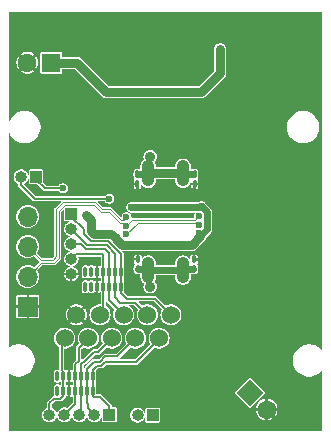
<source format=gbr>
%TF.GenerationSoftware,KiCad,Pcbnew,8.0.8*%
%TF.CreationDate,2025-01-21T20:41:30+03:00*%
%TF.ProjectId,Shield_Emergent_4,53686965-6c64-45f4-956d-657267656e74,rev?*%
%TF.SameCoordinates,Original*%
%TF.FileFunction,Copper,L4,Bot*%
%TF.FilePolarity,Positive*%
%FSLAX46Y46*%
G04 Gerber Fmt 4.6, Leading zero omitted, Abs format (unit mm)*
G04 Created by KiCad (PCBNEW 8.0.8) date 2025-01-21 20:41:30*
%MOMM*%
%LPD*%
G01*
G04 APERTURE LIST*
G04 Aperture macros list*
%AMRoundRect*
0 Rectangle with rounded corners*
0 $1 Rounding radius*
0 $2 $3 $4 $5 $6 $7 $8 $9 X,Y pos of 4 corners*
0 Add a 4 corners polygon primitive as box body*
4,1,4,$2,$3,$4,$5,$6,$7,$8,$9,$2,$3,0*
0 Add four circle primitives for the rounded corners*
1,1,$1+$1,$2,$3*
1,1,$1+$1,$4,$5*
1,1,$1+$1,$6,$7*
1,1,$1+$1,$8,$9*
0 Add four rect primitives between the rounded corners*
20,1,$1+$1,$2,$3,$4,$5,0*
20,1,$1+$1,$4,$5,$6,$7,0*
20,1,$1+$1,$6,$7,$8,$9,0*
20,1,$1+$1,$8,$9,$2,$3,0*%
%AMRotRect*
0 Rectangle, with rotation*
0 The origin of the aperture is its center*
0 $1 length*
0 $2 width*
0 $3 Rotation angle, in degrees counterclockwise*
0 Add horizontal line*
21,1,$1,$2,0,0,$3*%
G04 Aperture macros list end*
%TA.AperFunction,ComponentPad*%
%ADD10R,1.000000X1.000000*%
%TD*%
%TA.AperFunction,ComponentPad*%
%ADD11O,1.000000X1.000000*%
%TD*%
%TA.AperFunction,ComponentPad*%
%ADD12C,0.900000*%
%TD*%
%TA.AperFunction,ComponentPad*%
%ADD13O,1.100000X2.220000*%
%TD*%
%TA.AperFunction,ComponentPad*%
%ADD14C,1.524000*%
%TD*%
%TA.AperFunction,ComponentPad*%
%ADD15R,1.700000X1.700000*%
%TD*%
%TA.AperFunction,ComponentPad*%
%ADD16O,1.700000X1.700000*%
%TD*%
%TA.AperFunction,ComponentPad*%
%ADD17RotRect,1.600000X1.600000X315.000000*%
%TD*%
%TA.AperFunction,ComponentPad*%
%ADD18C,1.600000*%
%TD*%
%TA.AperFunction,ComponentPad*%
%ADD19R,1.600000X1.600000*%
%TD*%
%TA.AperFunction,SMDPad,CuDef*%
%ADD20RoundRect,0.100000X0.100000X-0.217500X0.100000X0.217500X-0.100000X0.217500X-0.100000X-0.217500X0*%
%TD*%
%TA.AperFunction,SMDPad,CuDef*%
%ADD21RoundRect,0.075000X0.075000X-0.350000X0.075000X0.350000X-0.075000X0.350000X-0.075000X-0.350000X0*%
%TD*%
%TA.AperFunction,SMDPad,CuDef*%
%ADD22RoundRect,0.100000X-0.100000X0.217500X-0.100000X-0.217500X0.100000X-0.217500X0.100000X0.217500X0*%
%TD*%
%TA.AperFunction,ViaPad*%
%ADD23C,0.600000*%
%TD*%
%TA.AperFunction,Conductor*%
%ADD24C,0.800000*%
%TD*%
%TA.AperFunction,Conductor*%
%ADD25C,0.112000*%
%TD*%
%TA.AperFunction,Conductor*%
%ADD26C,0.600000*%
%TD*%
%TA.AperFunction,Conductor*%
%ADD27C,0.200000*%
%TD*%
G04 APERTURE END LIST*
D10*
%TO.P,J4,1,Pin_1*%
%TO.N,K1*%
X8750000Y-34350000D03*
D11*
%TO.P,J4,2,Pin_2*%
%TO.N,K3*%
X7479999Y-34350000D03*
%TO.P,J4,3,Pin_3*%
%TO.N,K5*%
X6210000Y-34350000D03*
%TO.P,J4,4,Pin_4*%
%TO.N,K7*%
X4940000Y-34350000D03*
%TO.P,J4,5,Pin_5*%
%TO.N,K9*%
X3670001Y-34350000D03*
%TD*%
D12*
%TO.P,X1,*%
%TO.N,*%
X12200000Y-23500000D03*
X12200000Y-12500000D03*
D13*
%TO.P,X1,S1,SHIELD*%
%TO.N,Shield*%
X12030000Y-22100000D03*
X14970000Y-22100000D03*
X12030000Y-13900000D03*
X14970000Y-13900000D03*
%TD*%
D14*
%TO.P,J8,1,Pin_1*%
%TO.N,K2*%
X13950000Y-25880000D03*
%TO.P,J8,2,Pin_2*%
%TO.N,K1*%
X12950000Y-27880000D03*
%TO.P,J8,3,Pin_3*%
%TO.N,K4*%
X11949999Y-25880000D03*
%TO.P,J8,4,Pin_4*%
%TO.N,K3*%
X10950000Y-27880000D03*
%TO.P,J8,5,Pin_5*%
%TO.N,K6*%
X9950000Y-25880000D03*
%TO.P,J8,6,Pin_6*%
%TO.N,K5*%
X8950001Y-27880000D03*
%TO.P,J8,7,Pin_7*%
%TO.N,K8*%
X7950000Y-25880000D03*
%TO.P,J8,8,Pin_8*%
%TO.N,K7*%
X6950000Y-27880000D03*
%TO.P,J8,9,Pin_9*%
%TO.N,GND*%
X5950000Y-25880000D03*
%TO.P,J8,10,Pin_10*%
%TO.N,K9*%
X4950000Y-27880001D03*
%TD*%
D15*
%TO.P,J2,1,Pin_1*%
%TO.N,GND*%
X1830000Y-25190000D03*
D16*
%TO.P,J2,2,Pin_2*%
%TO.N,D+*%
X1830000Y-22650000D03*
%TO.P,J2,3,Pin_3*%
%TO.N,D-*%
X1830000Y-20110001D03*
%TO.P,J2,4,Pin_4*%
%TO.N,VBUS*%
X1830000Y-17570000D03*
%TD*%
D10*
%TO.P,J6,1,Pin_1*%
%TO.N,EN2*%
X12400000Y-34380000D03*
D11*
%TO.P,J6,2,Pin_2*%
%TO.N,nFLT2*%
X11129999Y-34380000D03*
%TD*%
D17*
%TO.P,C4,1*%
%TO.N,VOUT2*%
X20640000Y-32500000D03*
D18*
%TO.P,C4,2*%
%TO.N,GND*%
X22054214Y-33914214D03*
%TD*%
D10*
%TO.P,J5,1,Pin_1*%
%TO.N,EN1*%
X2530000Y-14200000D03*
D11*
%TO.P,J5,2,Pin_2*%
%TO.N,nFLT1*%
X1259999Y-14200000D03*
%TD*%
D10*
%TO.P,J7,1,Pin_1*%
%TO.N,K2*%
X5510000Y-17355000D03*
D11*
%TO.P,J7,2,Pin_2*%
%TO.N,K4*%
X5510000Y-18625001D03*
%TO.P,J7,3,Pin_3*%
%TO.N,K6*%
X5510000Y-19895000D03*
%TO.P,J7,4,Pin_4*%
%TO.N,K8*%
X5510000Y-21165000D03*
%TO.P,J7,5,Pin_5*%
%TO.N,GND*%
X5510000Y-22434999D03*
%TD*%
D19*
%TO.P,C1,1*%
%TO.N,VOUT1*%
X3805113Y-4550000D03*
D18*
%TO.P,C1,2*%
%TO.N,GND*%
X1805113Y-4550000D03*
%TD*%
D20*
%TO.P,R2,1*%
%TO.N,Shield*%
X15910000Y-22007500D03*
%TO.P,R2,2*%
%TO.N,GND*%
X15910000Y-21192500D03*
%TD*%
D21*
%TO.P,U5,1,1*%
%TO.N,K1*%
X7350000Y-32325000D03*
%TO.P,U5,2,2*%
%TO.N,K3*%
X6850000Y-32325000D03*
%TO.P,U5,3,3*%
%TO.N,K5*%
X6350000Y-32325000D03*
%TO.P,U5,4,4*%
%TO.N,K7*%
X5850000Y-32325000D03*
%TO.P,U5,5,5*%
%TO.N,GND*%
X5350000Y-32325000D03*
%TO.P,U5,6,6*%
%TO.N,K9*%
X4850000Y-32325000D03*
%TO.P,U5,7,7*%
%TO.N,unconnected-(U5-Pad7)*%
X4350000Y-32325000D03*
%TO.P,U5,8,8*%
%TO.N,unconnected-(U5-Pad8)*%
X4350000Y-31075000D03*
%TO.P,U5,9,9*%
%TO.N,K9*%
X4850000Y-31075000D03*
%TO.P,U5,10,10*%
%TO.N,GND*%
X5350000Y-31075000D03*
%TO.P,U5,11,11*%
%TO.N,K7*%
X5850000Y-31075000D03*
%TO.P,U5,12,12*%
%TO.N,K5*%
X6350000Y-31075000D03*
%TO.P,U5,13,13*%
%TO.N,K3*%
X6850000Y-31075000D03*
%TO.P,U5,14,14*%
%TO.N,K1*%
X7350000Y-31075000D03*
%TD*%
D22*
%TO.P,R1,1*%
%TO.N,Shield*%
X15960000Y-13982500D03*
%TO.P,R1,2*%
%TO.N,GND*%
X15960000Y-14797500D03*
%TD*%
%TO.P,R3,1*%
%TO.N,Shield*%
X11120000Y-13992500D03*
%TO.P,R3,2*%
%TO.N,GND*%
X11120000Y-14807500D03*
%TD*%
D21*
%TO.P,U6,1,1*%
%TO.N,K2*%
X9720000Y-23505000D03*
%TO.P,U6,2,2*%
%TO.N,K4*%
X9220000Y-23505000D03*
%TO.P,U6,3,3*%
%TO.N,K6*%
X8720000Y-23505000D03*
%TO.P,U6,4,4*%
%TO.N,K8*%
X8220000Y-23505000D03*
%TO.P,U6,5,5*%
%TO.N,GND*%
X7720000Y-23505000D03*
%TO.P,U6,6,6*%
%TO.N,unconnected-(U6-Pad6)*%
X7220000Y-23505000D03*
%TO.P,U6,7,7*%
%TO.N,unconnected-(U6-Pad7)*%
X6720000Y-23505000D03*
%TO.P,U6,8,8*%
%TO.N,unconnected-(U6-Pad8)*%
X6720000Y-22255000D03*
%TO.P,U6,9,9*%
%TO.N,unconnected-(U6-Pad9)*%
X7220000Y-22255000D03*
%TO.P,U6,10,10*%
%TO.N,GND*%
X7720000Y-22255000D03*
%TO.P,U6,11,11*%
%TO.N,K8*%
X8220000Y-22255000D03*
%TO.P,U6,12,12*%
%TO.N,K6*%
X8720000Y-22255000D03*
%TO.P,U6,13,13*%
%TO.N,K4*%
X9220000Y-22255000D03*
%TO.P,U6,14,14*%
%TO.N,K2*%
X9720000Y-22255000D03*
%TD*%
D20*
%TO.P,R5,1*%
%TO.N,Shield*%
X11150000Y-21997500D03*
%TO.P,R5,2*%
%TO.N,GND*%
X11150000Y-21182500D03*
%TD*%
D23*
%TO.N,VOUT1*%
X18120000Y-3420000D03*
X18120000Y-4030000D03*
X18120000Y-4670000D03*
%TO.N,GND*%
X20730000Y-14910000D03*
X20170000Y-5990000D03*
X13770000Y-23330000D03*
X22600000Y-19200000D03*
X7180000Y-24820000D03*
X17830000Y-13770000D03*
X16690000Y-8490000D03*
X4600000Y-5800000D03*
X4620000Y-7220000D03*
X20009988Y-19833079D03*
X23510000Y-1250000D03*
X9750000Y-5870000D03*
X8000000Y-4490000D03*
X24240000Y-22480000D03*
X12920000Y-3100000D03*
X1930000Y-35140000D03*
X22400000Y-16400000D03*
X20000000Y-10360000D03*
X25830000Y-34270000D03*
X10870000Y-33100000D03*
X3050000Y-23890000D03*
X25930000Y-3640000D03*
X4340000Y-33570000D03*
X4380000Y-11180000D03*
X8960000Y-8580000D03*
X8190000Y-3240000D03*
X21730000Y-9330000D03*
X20000000Y-22150000D03*
X10750000Y-5860000D03*
X22030000Y-6640000D03*
X670000Y-23750000D03*
X26030000Y-24750000D03*
X21510000Y-27000000D03*
X15900000Y-31900000D03*
X910000Y-21340000D03*
X3830000Y-9640000D03*
X2200000Y-5800000D03*
X3890000Y-23260000D03*
X10770000Y-3310000D03*
X22760000Y-34690000D03*
X2310000Y-11940000D03*
X15950000Y-3140000D03*
X18650000Y-16170000D03*
X16110000Y-34600000D03*
X19850000Y-20480000D03*
X17100000Y-14000000D03*
X25070000Y-6160000D03*
X1320000Y-6070000D03*
X19340000Y-31200000D03*
X13140000Y-23030000D03*
X4450000Y-22050000D03*
X13820000Y-3190000D03*
X12750000Y-5810000D03*
X3610000Y-17980000D03*
X17770000Y-12080000D03*
X15190000Y-10680000D03*
X13800000Y-20800000D03*
X930000Y-980000D03*
X19080000Y-4140000D03*
X21610000Y-28470000D03*
X25910000Y-15680000D03*
X9510000Y-31030000D03*
X21300000Y-12830000D03*
X13360000Y-33100000D03*
X22400000Y-20200000D03*
X4170000Y-29900000D03*
X1220000Y-2580000D03*
X24290000Y-18800000D03*
X12200000Y-11400000D03*
X22550000Y-28650000D03*
X8500000Y-31000000D03*
X14690000Y-29970000D03*
X8430000Y-1120000D03*
X20010000Y-2770000D03*
X6950000Y-26630000D03*
X20310000Y-35150000D03*
X12390000Y-1480000D03*
X10400000Y-11400000D03*
X5670000Y-11950000D03*
X22400000Y-23200000D03*
X4720000Y-26490000D03*
X23220000Y-33000000D03*
X25450000Y-8050000D03*
X18980000Y-30240000D03*
X22450000Y-29930000D03*
X18480000Y-24080000D03*
X6060000Y-6020000D03*
X25980000Y-6630000D03*
X720000Y-6820000D03*
X12370000Y-30300000D03*
X16110000Y-33840000D03*
X16590000Y-15370000D03*
X13000000Y-20800000D03*
X10390000Y-12350000D03*
X10000000Y-35000000D03*
X11310000Y-11970000D03*
X10340000Y-20810000D03*
X10200000Y-15200000D03*
X890000Y-18820000D03*
X10500000Y-21410000D03*
X22400000Y-18200000D03*
X22600000Y-22200000D03*
X14800000Y-3120000D03*
X3610000Y-19660000D03*
X13860000Y-12060000D03*
X7510000Y-14560000D03*
X17710000Y-10360000D03*
X4730000Y-14260000D03*
X5520000Y-1720000D03*
X17850000Y-17890000D03*
X15960000Y-32990000D03*
X7420000Y-15350000D03*
X4940000Y-25000000D03*
X13460000Y-6050000D03*
X19750000Y-24750000D03*
X22050000Y-11250000D03*
X8530000Y-5810000D03*
X23050000Y-7930000D03*
X14430000Y-23690000D03*
X22400000Y-17200000D03*
X3370000Y-22220000D03*
X7270000Y-12720000D03*
X5300000Y-30000000D03*
X11030000Y-23140000D03*
X7250000Y-13750000D03*
X10400000Y-14400000D03*
X18730000Y-19160000D03*
X26360000Y-20030000D03*
X15460000Y-30220000D03*
X22210000Y-13100000D03*
X18740000Y-35350000D03*
X16950000Y-27810000D03*
X14900000Y-5920000D03*
X21670000Y-7220000D03*
X19500000Y-16760000D03*
X3560000Y-2790000D03*
X16030000Y-5640000D03*
X21030000Y-2580000D03*
X18130000Y-26220000D03*
X740000Y-26770000D03*
X17070000Y-23920000D03*
X14890000Y-28190000D03*
X19050000Y-28590000D03*
X2190000Y-26860000D03*
X2120000Y-2870000D03*
X26190000Y-750000D03*
X20670000Y-34510000D03*
X22050000Y-3450000D03*
X20610000Y-8480000D03*
X22500000Y-26750000D03*
X10000000Y-33000000D03*
X11780000Y-5770000D03*
X17400000Y-15400000D03*
X11480000Y-8670000D03*
X13480000Y-8710000D03*
X1000000Y-33500000D03*
X19820000Y-18150000D03*
X7540000Y-21390000D03*
X19820000Y-25660000D03*
X22400000Y-21200000D03*
%TO.N,VBUS*%
X16313481Y-18991601D03*
X6800000Y-17446926D03*
X7415000Y-19035000D03*
X10150000Y-19948632D03*
X10600000Y-16800000D03*
X16550000Y-16700000D03*
X7210554Y-18270000D03*
%TO.N,D+*%
X10189000Y-18363500D03*
X16313477Y-17527000D03*
%TO.N,D-*%
X10189000Y-17636500D03*
X10124302Y-19087618D03*
X16314920Y-18254003D03*
%TO.N,nFLT1*%
X8740000Y-16060000D03*
%TO.N,EN1*%
X4800000Y-15170000D03*
%TD*%
D24*
%TO.N,VOUT1*%
X8490000Y-7020000D02*
X6020000Y-4550000D01*
X6020000Y-4550000D02*
X3805113Y-4550000D01*
X16530000Y-7020000D02*
X8490000Y-7020000D01*
X18120000Y-3420000D02*
X18120000Y-4030000D01*
X18120000Y-5430000D02*
X16530000Y-7020000D01*
X18120000Y-4030000D02*
X18120000Y-4670000D01*
X18120000Y-4670000D02*
X18120000Y-5430000D01*
D25*
%TO.N,VBUS*%
X1800001Y-17870001D02*
X1800000Y-17870001D01*
D24*
X8905000Y-19035000D02*
X7415000Y-19035000D01*
D26*
X17041920Y-17191920D02*
X16550000Y-16700000D01*
D24*
X15757922Y-19948632D02*
X16456554Y-19250000D01*
D26*
X10600000Y-16800000D02*
X16450000Y-16800000D01*
X16456554Y-19250000D02*
X17041920Y-18664634D01*
X17041920Y-18664634D02*
X17041920Y-17191920D01*
D24*
X9297302Y-19430173D02*
X9297302Y-19427302D01*
X7210554Y-18270000D02*
X7210554Y-17857480D01*
X7210554Y-18270000D02*
X7210554Y-18830554D01*
X9297302Y-19427302D02*
X8905000Y-19035000D01*
X10150000Y-19948632D02*
X15757922Y-19948632D01*
X10150000Y-19948632D02*
X9815761Y-19948632D01*
X7210554Y-18830554D02*
X7415000Y-19035000D01*
D26*
X16450000Y-16800000D02*
X16550000Y-16700000D01*
D24*
X9815761Y-19948632D02*
X9297302Y-19430173D01*
X7210554Y-17857480D02*
X6800000Y-17446926D01*
D25*
%TO.N,D+*%
X4499500Y-17059500D02*
X4499500Y-21039500D01*
X10672000Y-17880500D02*
X10189000Y-18363500D01*
X4039500Y-21499500D02*
X2980500Y-21499500D01*
X9945000Y-18119500D02*
X9619500Y-18119500D01*
X4499500Y-21039500D02*
X4039500Y-21499500D01*
X2980500Y-21499500D02*
X1830000Y-22650000D01*
X8689501Y-17189501D02*
X8020502Y-17189501D01*
X10189000Y-18363500D02*
X9945000Y-18119500D01*
X16313477Y-17527000D02*
X15959977Y-17880500D01*
X7440501Y-16609500D02*
X4949500Y-16609500D01*
X9619500Y-18119500D02*
X8689501Y-17189501D01*
X8020502Y-17189501D02*
X7440501Y-16609500D01*
X15959977Y-17880500D02*
X10672000Y-17880500D01*
X4949500Y-16609500D02*
X4499500Y-17059500D01*
%TO.N,D-*%
X4850500Y-16370500D02*
X4260500Y-16960500D01*
X3940500Y-21260500D02*
X2980500Y-21260500D01*
X16314920Y-18254003D02*
X16180417Y-18119500D01*
X7539499Y-16370500D02*
X4850500Y-16370500D01*
X2980500Y-21260500D02*
X1830001Y-20110001D01*
X11150000Y-18119500D02*
X10181882Y-19087618D01*
X4260500Y-16960500D02*
X4260500Y-20940500D01*
X10181882Y-19087618D02*
X10124302Y-19087618D01*
X9945000Y-17880500D02*
X9718498Y-17880500D01*
X8119500Y-16950501D02*
X7539499Y-16370500D01*
X10189000Y-17636500D02*
X9945000Y-17880500D01*
X4260500Y-20940500D02*
X3940500Y-21260500D01*
X8788499Y-16950501D02*
X8119500Y-16950501D01*
X16180417Y-18119500D02*
X11150000Y-18119500D01*
X1830001Y-20110001D02*
X1830000Y-20110001D01*
X9718498Y-17880500D02*
X8788499Y-16950501D01*
D27*
%TO.N,nFLT1*%
X2412893Y-16060000D02*
X1259999Y-14907106D01*
X8740000Y-16060000D02*
X2412893Y-16060000D01*
X1259999Y-14907106D02*
X1259999Y-14200000D01*
%TO.N,EN1*%
X4800000Y-15170000D02*
X3260000Y-15170000D01*
X2530000Y-14440000D02*
X2530000Y-14200000D01*
X3260000Y-15170000D02*
X2530000Y-14440000D01*
D26*
%TO.N,Shield*%
X15062500Y-13992500D02*
X14970000Y-13900000D01*
X11200000Y-22007500D02*
X11937500Y-22007500D01*
X11200000Y-13992500D02*
X11937500Y-13992500D01*
D24*
X14970000Y-13900000D02*
X12030000Y-13900000D01*
D26*
X14970000Y-22100000D02*
X12030000Y-22100000D01*
X11937500Y-22007500D02*
X12030000Y-22100000D01*
X15062500Y-22007500D02*
X14970000Y-22100000D01*
X11937500Y-13992500D02*
X12030000Y-13900000D01*
X15800000Y-13992500D02*
X15062500Y-13992500D01*
X15800000Y-22007500D02*
X15062500Y-22007500D01*
D27*
%TO.N,K5*%
X6350000Y-31075000D02*
X6350000Y-32139998D01*
X6350000Y-30050000D02*
X6350000Y-31075000D01*
X6460002Y-32250000D02*
X6460002Y-32719168D01*
X7420000Y-29050000D02*
X6620000Y-29850000D01*
X6350000Y-32325000D02*
X6350000Y-34210000D01*
X6350000Y-32139998D02*
X6460002Y-32250000D01*
X6460002Y-31904999D02*
X6460002Y-32250000D01*
X7780001Y-29050000D02*
X8950001Y-27880000D01*
X6450000Y-30770830D02*
X6450000Y-31125000D01*
X8460001Y-27550002D02*
X8689999Y-27780000D01*
X6550000Y-29850000D02*
X6350000Y-30050000D01*
X6350000Y-34210000D02*
X6210000Y-34350000D01*
X7420000Y-29050000D02*
X7780001Y-29050000D01*
X6620000Y-29850000D02*
X6550000Y-29850000D01*
%TO.N,K3*%
X7450000Y-29850000D02*
X7937552Y-29850000D01*
X6850000Y-32325000D02*
X6850000Y-31075000D01*
X6850000Y-33350000D02*
X6850000Y-32325000D01*
X6900000Y-33400000D02*
X6850000Y-33350000D01*
X7937552Y-29850000D02*
X8377552Y-29410000D01*
X6850000Y-30450000D02*
X7450000Y-29850000D01*
X7479999Y-34350000D02*
X6900000Y-33770001D01*
X6850000Y-31075000D02*
X6850000Y-30450000D01*
X8377552Y-29410000D02*
X9420000Y-29410000D01*
X9420000Y-29410000D02*
X10950000Y-27880000D01*
X6900000Y-33770001D02*
X6900000Y-33400000D01*
%TO.N,K1*%
X11010000Y-29900000D02*
X12950000Y-27960000D01*
X12950000Y-27960000D02*
X12950000Y-27880000D01*
X7700000Y-30200000D02*
X8050000Y-30200000D01*
X7350000Y-32325000D02*
X7350000Y-32749997D01*
X7460002Y-32839999D02*
X7450002Y-32849999D01*
X7350000Y-31075000D02*
X7350000Y-32325000D01*
X7350000Y-31075000D02*
X7350000Y-30550000D01*
X7960002Y-32839999D02*
X7950002Y-32849999D01*
X7350000Y-30550000D02*
X7700000Y-30200000D01*
X7450002Y-32849999D02*
X7950002Y-32849999D01*
X8750000Y-33649997D02*
X8750000Y-34350000D01*
X7350000Y-32749997D02*
X7450002Y-32849999D01*
X8050000Y-30200000D02*
X8350000Y-29900000D01*
X7950002Y-32849999D02*
X8750000Y-33649997D01*
X8350000Y-29900000D02*
X11010000Y-29900000D01*
%TO.N,K9*%
X4700000Y-30570830D02*
X4850000Y-30720830D01*
X4700000Y-28130001D02*
X4700000Y-30570830D01*
X4850000Y-32325000D02*
X4850000Y-32749999D01*
X4850000Y-32749999D02*
X4599999Y-33000000D01*
X4050000Y-33000000D02*
X3670001Y-33379999D01*
X3670001Y-33379999D02*
X3670001Y-34350000D01*
X4599999Y-33000000D02*
X4050000Y-33000000D01*
X4950000Y-27880001D02*
X4700000Y-28130001D01*
X4850000Y-31075000D02*
X4850000Y-32325000D01*
X4850000Y-30720830D02*
X4850000Y-31075000D01*
%TO.N,K7*%
X5850000Y-33440000D02*
X5850000Y-32325000D01*
X6150000Y-28680000D02*
X6950000Y-27880000D01*
X4940000Y-34350000D02*
X5850000Y-33440000D01*
X6150000Y-29787552D02*
X6150000Y-28680000D01*
X5850000Y-31075000D02*
X5850000Y-30087552D01*
X5850000Y-30087552D02*
X6150000Y-29787552D01*
X5850000Y-32325000D02*
X5850000Y-31075000D01*
%TO.N,K6*%
X5510000Y-19895000D02*
X5510000Y-20060000D01*
X8379521Y-20324000D02*
X6746551Y-20324000D01*
X8720000Y-22525000D02*
X8720000Y-20664479D01*
X8720000Y-22255000D02*
X8720000Y-23505000D01*
X6746551Y-20324000D02*
X6317551Y-19895000D01*
X8720000Y-20664479D02*
X8379521Y-20324000D01*
X6317551Y-19895000D02*
X5510000Y-19895000D01*
X8720000Y-23505000D02*
X8720000Y-24650000D01*
X8720000Y-24650000D02*
X9950000Y-25880000D01*
%TO.N,K8*%
X8220000Y-23505000D02*
X8220000Y-25610000D01*
X8220000Y-22255000D02*
X8220000Y-23505000D01*
X8130000Y-20740000D02*
X8220000Y-20830000D01*
X8220000Y-25610000D02*
X7950000Y-25880000D01*
X5935000Y-20740000D02*
X8130000Y-20740000D01*
X5510000Y-21165000D02*
X5935000Y-20740000D01*
X8220000Y-20830000D02*
X8220000Y-22525000D01*
%TO.N,K2*%
X9720000Y-24030000D02*
X10223000Y-24533000D01*
X6577000Y-19083712D02*
X7163288Y-19670000D01*
X6577000Y-18657000D02*
X6577000Y-19083712D01*
X5510000Y-17355000D02*
X5510000Y-17590000D01*
X10223000Y-24533000D02*
X12603000Y-24533000D01*
X9720000Y-23505000D02*
X9720000Y-24030000D01*
X8670302Y-19689885D02*
X9720000Y-20739583D01*
X8670302Y-19687014D02*
X8670302Y-19689885D01*
X9720000Y-22255000D02*
X9720000Y-23505000D01*
X9720000Y-20739583D02*
X9720000Y-22525000D01*
X7163288Y-19670000D02*
X8653288Y-19670000D01*
X12603000Y-24533000D02*
X13950000Y-25880000D01*
X8653288Y-19670000D02*
X8670302Y-19687014D01*
X5510000Y-17590000D02*
X6577000Y-18657000D01*
%TO.N,K4*%
X8514969Y-19997000D02*
X9220000Y-20702031D01*
X9220000Y-23505000D02*
X9220000Y-23929999D01*
X5510000Y-18625001D02*
X6881999Y-19997000D01*
X9210000Y-23939999D02*
X9210000Y-24400000D01*
X10929999Y-24860000D02*
X11949999Y-25880000D01*
X6881999Y-19997000D02*
X8514969Y-19997000D01*
X9220000Y-23929999D02*
X9210000Y-23939999D01*
X9220000Y-20702031D02*
X9220000Y-22525000D01*
X9210000Y-24400000D02*
X9670000Y-24860000D01*
X9220000Y-22255000D02*
X9220000Y-23505000D01*
X9670000Y-24860000D02*
X10929999Y-24860000D01*
%TD*%
%TA.AperFunction,Conductor*%
%TO.N,GND*%
G36*
X26742471Y-257529D02*
G01*
X26749500Y-274500D01*
X26749500Y-28871443D01*
X26742471Y-28888414D01*
X26725500Y-28895443D01*
X26708529Y-28888414D01*
X26706084Y-28885550D01*
X26689261Y-28862396D01*
X26689259Y-28862394D01*
X26689257Y-28862391D01*
X26537609Y-28710743D01*
X26537605Y-28710740D01*
X26537604Y-28710739D01*
X26364112Y-28584689D01*
X26364105Y-28584685D01*
X26173020Y-28487323D01*
X26173014Y-28487320D01*
X25969058Y-28421050D01*
X25969054Y-28421049D01*
X25969053Y-28421049D01*
X25757231Y-28387500D01*
X25542769Y-28387500D01*
X25330947Y-28421049D01*
X25330945Y-28421049D01*
X25330942Y-28421050D01*
X25330940Y-28421050D01*
X25126985Y-28487320D01*
X25126979Y-28487323D01*
X24935894Y-28584685D01*
X24935887Y-28584689D01*
X24762395Y-28710739D01*
X24610739Y-28862395D01*
X24484689Y-29035887D01*
X24484685Y-29035894D01*
X24387323Y-29226979D01*
X24387320Y-29226985D01*
X24321050Y-29430940D01*
X24321050Y-29430942D01*
X24321049Y-29430945D01*
X24321049Y-29430947D01*
X24287500Y-29642769D01*
X24287500Y-29857231D01*
X24321049Y-30069053D01*
X24321050Y-30069057D01*
X24321050Y-30069059D01*
X24387320Y-30273014D01*
X24387323Y-30273020D01*
X24484685Y-30464105D01*
X24484689Y-30464112D01*
X24610739Y-30637604D01*
X24610743Y-30637609D01*
X24762391Y-30789257D01*
X24762394Y-30789259D01*
X24762395Y-30789260D01*
X24935887Y-30915310D01*
X24935894Y-30915314D01*
X25126982Y-31012678D01*
X25330947Y-31078951D01*
X25542769Y-31112500D01*
X25542772Y-31112500D01*
X25757228Y-31112500D01*
X25757231Y-31112500D01*
X25969053Y-31078951D01*
X26173018Y-31012678D01*
X26364106Y-30915314D01*
X26411395Y-30880957D01*
X26449501Y-30853271D01*
X26537609Y-30789257D01*
X26689257Y-30637609D01*
X26706084Y-30614448D01*
X26721745Y-30604851D01*
X26739606Y-30609138D01*
X26749204Y-30624800D01*
X26749500Y-30628555D01*
X26749500Y-35725500D01*
X26742471Y-35742471D01*
X26725500Y-35749500D01*
X274500Y-35749500D01*
X257529Y-35742471D01*
X250500Y-35725500D01*
X250500Y-34349999D01*
X3037892Y-34349999D01*
X3037892Y-34350000D01*
X3056260Y-34501275D01*
X3110292Y-34643749D01*
X3110294Y-34643753D01*
X3110296Y-34643756D01*
X3131004Y-34673756D01*
X3196864Y-34769170D01*
X3302282Y-34862562D01*
X3310922Y-34870216D01*
X3310926Y-34870218D01*
X3445847Y-34941030D01*
X3445849Y-34941030D01*
X3445852Y-34941032D01*
X3593809Y-34977500D01*
X3593811Y-34977500D01*
X3746191Y-34977500D01*
X3746193Y-34977500D01*
X3894150Y-34941032D01*
X4029080Y-34870216D01*
X4109278Y-34799166D01*
X4143137Y-34769170D01*
X4143137Y-34769168D01*
X4143141Y-34769166D01*
X4229706Y-34643756D01*
X4229707Y-34643752D01*
X4229709Y-34643750D01*
X4272364Y-34531275D01*
X4282560Y-34504389D01*
X4295150Y-34491014D01*
X4313510Y-34490460D01*
X4326886Y-34503050D01*
X4327440Y-34504390D01*
X4380291Y-34643749D01*
X4380293Y-34643753D01*
X4380295Y-34643756D01*
X4401003Y-34673756D01*
X4466863Y-34769170D01*
X4572281Y-34862562D01*
X4580921Y-34870216D01*
X4580925Y-34870218D01*
X4715846Y-34941030D01*
X4715848Y-34941030D01*
X4715851Y-34941032D01*
X4863808Y-34977500D01*
X4863810Y-34977500D01*
X5016190Y-34977500D01*
X5016192Y-34977500D01*
X5164149Y-34941032D01*
X5299079Y-34870216D01*
X5379277Y-34799166D01*
X5413136Y-34769170D01*
X5413136Y-34769168D01*
X5413140Y-34769166D01*
X5499705Y-34643756D01*
X5499708Y-34643749D01*
X5552560Y-34504389D01*
X5565150Y-34491013D01*
X5583510Y-34490459D01*
X5596886Y-34503049D01*
X5597440Y-34504389D01*
X5650291Y-34643749D01*
X5650293Y-34643753D01*
X5650295Y-34643756D01*
X5671003Y-34673756D01*
X5736863Y-34769170D01*
X5842281Y-34862562D01*
X5850921Y-34870216D01*
X5850925Y-34870218D01*
X5985846Y-34941030D01*
X5985848Y-34941030D01*
X5985851Y-34941032D01*
X6133808Y-34977500D01*
X6133810Y-34977500D01*
X6286190Y-34977500D01*
X6286192Y-34977500D01*
X6434149Y-34941032D01*
X6569079Y-34870216D01*
X6649277Y-34799166D01*
X6683136Y-34769170D01*
X6683136Y-34769168D01*
X6683140Y-34769166D01*
X6769705Y-34643756D01*
X6769706Y-34643752D01*
X6769708Y-34643750D01*
X6812363Y-34531275D01*
X6822559Y-34504389D01*
X6835149Y-34491014D01*
X6853509Y-34490460D01*
X6866885Y-34503050D01*
X6867439Y-34504390D01*
X6920290Y-34643749D01*
X6920292Y-34643753D01*
X6920294Y-34643756D01*
X6941002Y-34673756D01*
X7006862Y-34769170D01*
X7112280Y-34862562D01*
X7120920Y-34870216D01*
X7120924Y-34870218D01*
X7255845Y-34941030D01*
X7255847Y-34941030D01*
X7255850Y-34941032D01*
X7403807Y-34977500D01*
X7403809Y-34977500D01*
X7556189Y-34977500D01*
X7556191Y-34977500D01*
X7704148Y-34941032D01*
X7839078Y-34870216D01*
X7919276Y-34799166D01*
X7953135Y-34769170D01*
X7953135Y-34769168D01*
X7953139Y-34769166D01*
X8039704Y-34643756D01*
X8039707Y-34643749D01*
X8076060Y-34547894D01*
X8088650Y-34534518D01*
X8107010Y-34533964D01*
X8120386Y-34546554D01*
X8122500Y-34556404D01*
X8122500Y-34862562D01*
X8129897Y-34899746D01*
X8129897Y-34899747D01*
X8129898Y-34899748D01*
X8158078Y-34941922D01*
X8200252Y-34970102D01*
X8237442Y-34977500D01*
X8237446Y-34977500D01*
X9262554Y-34977500D01*
X9262558Y-34977500D01*
X9299748Y-34970102D01*
X9341922Y-34941922D01*
X9370102Y-34899748D01*
X9377500Y-34862558D01*
X9377500Y-34379999D01*
X10497890Y-34379999D01*
X10497890Y-34380000D01*
X10516258Y-34531275D01*
X10570290Y-34673749D01*
X10570292Y-34673753D01*
X10570294Y-34673756D01*
X10636154Y-34769170D01*
X10656862Y-34799170D01*
X10770915Y-34900212D01*
X10770920Y-34900216D01*
X10770924Y-34900218D01*
X10905845Y-34971030D01*
X10905847Y-34971030D01*
X10905850Y-34971032D01*
X11053807Y-35007500D01*
X11053809Y-35007500D01*
X11206189Y-35007500D01*
X11206191Y-35007500D01*
X11354148Y-34971032D01*
X11489078Y-34900216D01*
X11546108Y-34849691D01*
X11603135Y-34799170D01*
X11603135Y-34799168D01*
X11603139Y-34799166D01*
X11689704Y-34673756D01*
X11689707Y-34673749D01*
X11726060Y-34577894D01*
X11738650Y-34564518D01*
X11757010Y-34563964D01*
X11770386Y-34576554D01*
X11772500Y-34586404D01*
X11772500Y-34892562D01*
X11779897Y-34929746D01*
X11779897Y-34929747D01*
X11779898Y-34929748D01*
X11808078Y-34971922D01*
X11850252Y-35000102D01*
X11887442Y-35007500D01*
X11887446Y-35007500D01*
X12912554Y-35007500D01*
X12912558Y-35007500D01*
X12949748Y-35000102D01*
X12991922Y-34971922D01*
X13020102Y-34929748D01*
X13027500Y-34892558D01*
X13027500Y-33867442D01*
X13020102Y-33830252D01*
X13009385Y-33814213D01*
X21132619Y-33814213D01*
X21132620Y-33814214D01*
X21666898Y-33814214D01*
X21654214Y-33861553D01*
X21654214Y-33966875D01*
X21666898Y-34014214D01*
X21132620Y-34014214D01*
X21142477Y-34108014D01*
X21202689Y-34293327D01*
X21202694Y-34293338D01*
X21300123Y-34462090D01*
X21430513Y-34606903D01*
X21588161Y-34721441D01*
X21766173Y-34800697D01*
X21766172Y-34800697D01*
X21954214Y-34840667D01*
X21954214Y-34301529D01*
X22001553Y-34314214D01*
X22106875Y-34314214D01*
X22154214Y-34301529D01*
X22154214Y-34840667D01*
X22342255Y-34800697D01*
X22520266Y-34721441D01*
X22677914Y-34606903D01*
X22808304Y-34462090D01*
X22905733Y-34293338D01*
X22905738Y-34293327D01*
X22965950Y-34108014D01*
X22975808Y-34014214D01*
X22441530Y-34014214D01*
X22454214Y-33966875D01*
X22454214Y-33861553D01*
X22441530Y-33814214D01*
X22975808Y-33814214D01*
X22975808Y-33814213D01*
X22965950Y-33720413D01*
X22905738Y-33535100D01*
X22905733Y-33535089D01*
X22808304Y-33366337D01*
X22677914Y-33221524D01*
X22520266Y-33106986D01*
X22342254Y-33027730D01*
X22342246Y-33027727D01*
X22154214Y-32987758D01*
X22154214Y-33526898D01*
X22106875Y-33514214D01*
X22001553Y-33514214D01*
X21954214Y-33526898D01*
X21954214Y-32987758D01*
X21954213Y-32987758D01*
X21766181Y-33027727D01*
X21766173Y-33027730D01*
X21588161Y-33106986D01*
X21430513Y-33221524D01*
X21300123Y-33366337D01*
X21202694Y-33535089D01*
X21202689Y-33535100D01*
X21142477Y-33720413D01*
X21132619Y-33814213D01*
X13009385Y-33814213D01*
X12991922Y-33788078D01*
X12949748Y-33759898D01*
X12949747Y-33759897D01*
X12949746Y-33759897D01*
X12912562Y-33752500D01*
X12912558Y-33752500D01*
X11887442Y-33752500D01*
X11887437Y-33752500D01*
X11850253Y-33759897D01*
X11808080Y-33788076D01*
X11808076Y-33788080D01*
X11779897Y-33830253D01*
X11772500Y-33867437D01*
X11772500Y-34173595D01*
X11765471Y-34190566D01*
X11748500Y-34197595D01*
X11731529Y-34190566D01*
X11726060Y-34182105D01*
X11689707Y-34086250D01*
X11689705Y-34086247D01*
X11689704Y-34086244D01*
X11603139Y-33960834D01*
X11603137Y-33960832D01*
X11603135Y-33960829D01*
X11489082Y-33859787D01*
X11489073Y-33859781D01*
X11354152Y-33788969D01*
X11350529Y-33788076D01*
X11206191Y-33752500D01*
X11053807Y-33752500D01*
X10964517Y-33774508D01*
X10905845Y-33788969D01*
X10770924Y-33859781D01*
X10770915Y-33859787D01*
X10656862Y-33960829D01*
X10570290Y-34086250D01*
X10516258Y-34228724D01*
X10497890Y-34379999D01*
X9377500Y-34379999D01*
X9377500Y-33837442D01*
X9370102Y-33800252D01*
X9341922Y-33758078D01*
X9299748Y-33729898D01*
X9299747Y-33729897D01*
X9299746Y-33729897D01*
X9262562Y-33722500D01*
X9262558Y-33722500D01*
X9001500Y-33722500D01*
X8984529Y-33715471D01*
X8977500Y-33698500D01*
X8977500Y-33604743D01*
X8962639Y-33568867D01*
X8942865Y-33521129D01*
X8915969Y-33494233D01*
X8878868Y-33457131D01*
X8878868Y-33457132D01*
X8170382Y-32748646D01*
X8165180Y-32740859D01*
X8152868Y-32711133D01*
X8152867Y-32711132D01*
X8152867Y-32711131D01*
X8088870Y-32647134D01*
X8088868Y-32647133D01*
X8088867Y-32647132D01*
X8005256Y-32612500D01*
X8005255Y-32612500D01*
X7914749Y-32612500D01*
X7895018Y-32620672D01*
X7885836Y-32622499D01*
X7651500Y-32622499D01*
X7634529Y-32615470D01*
X7627500Y-32598499D01*
X7627500Y-32500000D01*
X19378632Y-32500000D01*
X19388526Y-32549747D01*
X19388527Y-32549749D01*
X19409449Y-32581061D01*
X19409593Y-32581276D01*
X20558724Y-33730407D01*
X20574488Y-33740940D01*
X20590250Y-33751472D01*
X20590252Y-33751473D01*
X20640000Y-33761368D01*
X20689748Y-33751473D01*
X20721276Y-33730407D01*
X21870407Y-32581276D01*
X21891473Y-32549748D01*
X21901368Y-32500000D01*
X21891473Y-32450252D01*
X21870407Y-32418724D01*
X20721276Y-31269593D01*
X20721061Y-31269449D01*
X20689749Y-31248527D01*
X20689747Y-31248526D01*
X20640000Y-31238632D01*
X20590252Y-31248526D01*
X20590250Y-31248527D01*
X20558726Y-31269591D01*
X19409591Y-32418726D01*
X19388527Y-32450250D01*
X19388526Y-32450252D01*
X19378632Y-32500000D01*
X7627500Y-32500000D01*
X7627500Y-31955059D01*
X7627499Y-31955051D01*
X7615751Y-31895988D01*
X7615750Y-31895986D01*
X7581545Y-31844795D01*
X7577500Y-31831461D01*
X7577500Y-31568537D01*
X7581545Y-31555203D01*
X7615751Y-31504012D01*
X7627500Y-31444944D01*
X7627500Y-30705056D01*
X7615751Y-30645988D01*
X7615749Y-30645986D01*
X7615749Y-30645984D01*
X7610669Y-30638381D01*
X7607085Y-30620366D01*
X7613652Y-30608079D01*
X7787205Y-30434529D01*
X7804175Y-30427500D01*
X8095254Y-30427500D01*
X8110697Y-30421102D01*
X8178868Y-30392865D01*
X8437204Y-30134529D01*
X8454175Y-30127500D01*
X11055254Y-30127500D01*
X11070697Y-30121102D01*
X11138868Y-30092865D01*
X12542589Y-28689142D01*
X12559559Y-28682114D01*
X12569319Y-28684188D01*
X12673611Y-28730623D01*
X12673610Y-28730623D01*
X12673615Y-28730625D01*
X12856510Y-28769500D01*
X12856512Y-28769500D01*
X13043488Y-28769500D01*
X13043490Y-28769500D01*
X13226385Y-28730625D01*
X13397200Y-28654573D01*
X13548470Y-28544669D01*
X13673585Y-28405715D01*
X13767075Y-28243785D01*
X13767078Y-28243776D01*
X13824854Y-28065960D01*
X13824854Y-28065958D01*
X13824855Y-28065956D01*
X13844400Y-27880000D01*
X13824855Y-27694044D01*
X13824854Y-27694040D01*
X13824854Y-27694039D01*
X13767078Y-27516223D01*
X13767075Y-27516216D01*
X13767075Y-27516215D01*
X13673585Y-27354285D01*
X13548470Y-27215331D01*
X13397200Y-27105427D01*
X13311792Y-27067401D01*
X13226388Y-27029376D01*
X13226389Y-27029376D01*
X13226385Y-27029375D01*
X13043490Y-26990500D01*
X12856510Y-26990500D01*
X12697141Y-27024374D01*
X12673610Y-27029376D01*
X12502802Y-27105426D01*
X12502792Y-27105432D01*
X12351530Y-27215331D01*
X12226414Y-27354286D01*
X12132926Y-27516212D01*
X12132921Y-27516223D01*
X12075145Y-27694039D01*
X12055600Y-27880000D01*
X12075145Y-28065960D01*
X12132921Y-28243776D01*
X12132923Y-28243780D01*
X12132925Y-28243785D01*
X12168449Y-28305315D01*
X12201151Y-28361957D01*
X12203548Y-28380169D01*
X12197337Y-28390928D01*
X10922796Y-29665471D01*
X10905825Y-29672500D01*
X9501412Y-29672500D01*
X9484441Y-29665471D01*
X9477412Y-29648500D01*
X9484441Y-29631529D01*
X9492227Y-29626327D01*
X9497007Y-29624346D01*
X9548868Y-29602865D01*
X10487234Y-28664497D01*
X10504204Y-28657469D01*
X10513964Y-28659543D01*
X10673611Y-28730623D01*
X10673610Y-28730623D01*
X10673615Y-28730625D01*
X10856510Y-28769500D01*
X10856512Y-28769500D01*
X11043488Y-28769500D01*
X11043490Y-28769500D01*
X11226385Y-28730625D01*
X11397200Y-28654573D01*
X11548470Y-28544669D01*
X11673585Y-28405715D01*
X11767075Y-28243785D01*
X11767078Y-28243776D01*
X11824854Y-28065960D01*
X11824854Y-28065958D01*
X11824855Y-28065956D01*
X11844400Y-27880000D01*
X11824855Y-27694044D01*
X11824854Y-27694040D01*
X11824854Y-27694039D01*
X11767078Y-27516223D01*
X11767075Y-27516216D01*
X11767075Y-27516215D01*
X11673585Y-27354285D01*
X11548470Y-27215331D01*
X11397200Y-27105427D01*
X11311792Y-27067401D01*
X11226388Y-27029376D01*
X11226389Y-27029376D01*
X11226385Y-27029375D01*
X11043490Y-26990500D01*
X10856510Y-26990500D01*
X10697141Y-27024374D01*
X10673610Y-27029376D01*
X10502802Y-27105426D01*
X10502792Y-27105432D01*
X10351530Y-27215331D01*
X10226414Y-27354286D01*
X10132926Y-27516212D01*
X10132921Y-27516223D01*
X10075145Y-27694039D01*
X10055600Y-27880000D01*
X10075145Y-28065960D01*
X10132921Y-28243776D01*
X10132926Y-28243787D01*
X10171868Y-28311239D01*
X10174265Y-28329451D01*
X10168054Y-28340210D01*
X9332796Y-29175471D01*
X9315825Y-29182500D01*
X8332298Y-29182500D01*
X8248686Y-29217132D01*
X7850348Y-29615471D01*
X7833377Y-29622500D01*
X7404746Y-29622500D01*
X7321131Y-29657135D01*
X6721132Y-30257135D01*
X6721131Y-30257134D01*
X6657138Y-30321128D01*
X6657136Y-30321130D01*
X6657135Y-30321132D01*
X6657135Y-30321133D01*
X6623673Y-30401914D01*
X6610684Y-30414902D01*
X6592315Y-30414902D01*
X6579327Y-30401913D01*
X6577500Y-30392729D01*
X6577500Y-30154174D01*
X6584528Y-30137204D01*
X6637205Y-30084529D01*
X6654175Y-30077500D01*
X6665254Y-30077500D01*
X6685636Y-30069057D01*
X6748868Y-30042865D01*
X7507205Y-29284529D01*
X7524176Y-29277500D01*
X7825255Y-29277500D01*
X7840698Y-29271102D01*
X7908869Y-29242865D01*
X8487235Y-28664497D01*
X8504205Y-28657469D01*
X8513965Y-28659543D01*
X8673612Y-28730623D01*
X8673611Y-28730623D01*
X8673616Y-28730625D01*
X8856511Y-28769500D01*
X8856513Y-28769500D01*
X9043489Y-28769500D01*
X9043491Y-28769500D01*
X9226386Y-28730625D01*
X9397201Y-28654573D01*
X9548471Y-28544669D01*
X9673586Y-28405715D01*
X9767076Y-28243785D01*
X9767079Y-28243776D01*
X9824855Y-28065960D01*
X9824855Y-28065958D01*
X9824856Y-28065956D01*
X9844401Y-27880000D01*
X9824856Y-27694044D01*
X9824855Y-27694040D01*
X9824855Y-27694039D01*
X9767079Y-27516223D01*
X9767076Y-27516216D01*
X9767076Y-27516215D01*
X9673586Y-27354285D01*
X9548471Y-27215331D01*
X9397201Y-27105427D01*
X9311793Y-27067401D01*
X9226389Y-27029376D01*
X9226390Y-27029376D01*
X9226386Y-27029375D01*
X9043491Y-26990500D01*
X8856511Y-26990500D01*
X8697142Y-27024374D01*
X8673611Y-27029376D01*
X8502803Y-27105426D01*
X8502793Y-27105432D01*
X8351531Y-27215331D01*
X8226415Y-27354286D01*
X8132927Y-27516212D01*
X8132922Y-27516223D01*
X8075146Y-27694039D01*
X8055601Y-27880000D01*
X8075146Y-28065960D01*
X8132922Y-28243776D01*
X8132927Y-28243787D01*
X8171869Y-28311239D01*
X8174266Y-28329451D01*
X8168055Y-28340210D01*
X7692797Y-28815471D01*
X7675826Y-28822500D01*
X7374746Y-28822500D01*
X7291134Y-28857132D01*
X6532796Y-29615471D01*
X6515825Y-29622500D01*
X6504746Y-29622500D01*
X6421134Y-29657132D01*
X6418469Y-29659797D01*
X6401497Y-29666824D01*
X6384527Y-29659793D01*
X6377500Y-29642824D01*
X6377500Y-28784173D01*
X6384527Y-28767205D01*
X6487234Y-28664497D01*
X6504204Y-28657469D01*
X6513964Y-28659543D01*
X6673611Y-28730623D01*
X6673610Y-28730623D01*
X6673615Y-28730625D01*
X6856510Y-28769500D01*
X6856512Y-28769500D01*
X7043488Y-28769500D01*
X7043490Y-28769500D01*
X7226385Y-28730625D01*
X7397200Y-28654573D01*
X7548470Y-28544669D01*
X7673585Y-28405715D01*
X7767075Y-28243785D01*
X7767078Y-28243776D01*
X7824854Y-28065960D01*
X7824854Y-28065958D01*
X7824855Y-28065956D01*
X7844400Y-27880000D01*
X7824855Y-27694044D01*
X7824854Y-27694040D01*
X7824854Y-27694039D01*
X7767078Y-27516223D01*
X7767075Y-27516216D01*
X7767075Y-27516215D01*
X7673585Y-27354285D01*
X7548470Y-27215331D01*
X7397200Y-27105427D01*
X7311792Y-27067401D01*
X7226388Y-27029376D01*
X7226389Y-27029376D01*
X7226385Y-27029375D01*
X7043490Y-26990500D01*
X6856510Y-26990500D01*
X6697141Y-27024374D01*
X6673610Y-27029376D01*
X6502802Y-27105426D01*
X6502792Y-27105432D01*
X6351530Y-27215331D01*
X6226414Y-27354286D01*
X6132926Y-27516212D01*
X6132921Y-27516223D01*
X6075145Y-27694039D01*
X6055600Y-27880000D01*
X6075145Y-28065960D01*
X6132921Y-28243776D01*
X6132923Y-28243780D01*
X6132925Y-28243785D01*
X6153498Y-28279419D01*
X6171869Y-28311239D01*
X6174266Y-28329451D01*
X6168055Y-28340209D01*
X6021132Y-28487134D01*
X5957138Y-28551128D01*
X5957136Y-28551130D01*
X5957135Y-28551132D01*
X5957135Y-28551133D01*
X5922500Y-28634746D01*
X5922500Y-29683377D01*
X5915471Y-29700348D01*
X5721132Y-29894687D01*
X5721131Y-29894686D01*
X5657138Y-29958680D01*
X5657136Y-29958682D01*
X5657135Y-29958684D01*
X5657135Y-29958685D01*
X5622500Y-30042298D01*
X5622500Y-30577872D01*
X5615471Y-30594843D01*
X5598500Y-30601872D01*
X5581529Y-30594843D01*
X5578545Y-30591205D01*
X5570637Y-30579370D01*
X5570629Y-30579362D01*
X5503817Y-30534721D01*
X5450000Y-30524014D01*
X5450000Y-31625982D01*
X5503815Y-31615279D01*
X5503820Y-31615277D01*
X5570629Y-31570637D01*
X5570634Y-31570632D01*
X5578544Y-31558794D01*
X5593817Y-31548588D01*
X5611833Y-31552171D01*
X5622039Y-31567444D01*
X5622500Y-31572127D01*
X5622500Y-31827872D01*
X5615471Y-31844843D01*
X5598500Y-31851872D01*
X5581529Y-31844843D01*
X5578545Y-31841205D01*
X5570637Y-31829370D01*
X5570629Y-31829362D01*
X5503817Y-31784721D01*
X5450000Y-31774014D01*
X5450000Y-32875982D01*
X5503815Y-32865279D01*
X5503820Y-32865277D01*
X5570629Y-32820637D01*
X5570634Y-32820632D01*
X5578544Y-32808794D01*
X5593817Y-32798588D01*
X5611833Y-32802171D01*
X5622039Y-32817444D01*
X5622500Y-32822127D01*
X5622500Y-33335824D01*
X5615471Y-33352795D01*
X5206245Y-33762020D01*
X5189274Y-33769049D01*
X5178121Y-33766300D01*
X5164153Y-33758969D01*
X5133736Y-33751472D01*
X5016192Y-33722500D01*
X4863808Y-33722500D01*
X4767584Y-33746217D01*
X4715846Y-33758969D01*
X4580925Y-33829781D01*
X4580916Y-33829787D01*
X4466863Y-33930829D01*
X4380291Y-34056250D01*
X4327440Y-34195609D01*
X4314850Y-34208985D01*
X4296490Y-34209539D01*
X4283114Y-34196949D01*
X4282560Y-34195609D01*
X4229709Y-34056249D01*
X4200695Y-34014215D01*
X4143141Y-33930834D01*
X4143139Y-33930832D01*
X4143137Y-33930829D01*
X4029084Y-33829787D01*
X4029075Y-33829781D01*
X3910348Y-33767468D01*
X3898588Y-33753357D01*
X3897501Y-33746217D01*
X3897501Y-33484174D01*
X3904530Y-33467203D01*
X4137205Y-33234529D01*
X4154176Y-33227500D01*
X4645253Y-33227500D01*
X4660696Y-33221102D01*
X4728867Y-33192865D01*
X5042866Y-32878867D01*
X5043059Y-32878403D01*
X5062459Y-32831562D01*
X5069565Y-32822905D01*
X5069324Y-32822664D01*
X5070995Y-32820993D01*
X5078545Y-32809693D01*
X5080345Y-32806999D01*
X5095616Y-32796793D01*
X5113632Y-32800376D01*
X5120255Y-32806999D01*
X5129362Y-32820629D01*
X5129370Y-32820637D01*
X5196180Y-32865278D01*
X5196183Y-32865279D01*
X5250000Y-32875983D01*
X5250000Y-31774016D01*
X5196183Y-31784720D01*
X5196180Y-31784721D01*
X5129370Y-31829362D01*
X5129363Y-31829369D01*
X5121455Y-31841205D01*
X5106182Y-31851410D01*
X5088166Y-31847826D01*
X5077961Y-31832553D01*
X5077500Y-31827871D01*
X5077500Y-31572127D01*
X5084529Y-31555156D01*
X5101500Y-31548127D01*
X5118471Y-31555156D01*
X5121456Y-31558794D01*
X5129365Y-31570632D01*
X5129370Y-31570637D01*
X5196180Y-31615278D01*
X5196183Y-31615279D01*
X5250000Y-31625983D01*
X5250000Y-30524016D01*
X5196183Y-30534720D01*
X5196180Y-30534721D01*
X5129370Y-30579362D01*
X5129363Y-30579369D01*
X5120255Y-30593001D01*
X5104982Y-30603206D01*
X5086966Y-30599622D01*
X5080345Y-30593001D01*
X5077499Y-30588742D01*
X5070994Y-30579006D01*
X5004012Y-30534249D01*
X5004009Y-30534248D01*
X4987610Y-30530986D01*
X4975321Y-30524418D01*
X4934529Y-30483626D01*
X4927500Y-30466655D01*
X4927500Y-28793501D01*
X4934529Y-28776530D01*
X4951500Y-28769501D01*
X5043488Y-28769501D01*
X5043490Y-28769501D01*
X5226385Y-28730626D01*
X5397200Y-28654574D01*
X5548470Y-28544670D01*
X5673585Y-28405716D01*
X5767075Y-28243786D01*
X5824855Y-28065957D01*
X5844400Y-27880001D01*
X5824855Y-27694045D01*
X5824854Y-27694042D01*
X5824854Y-27694040D01*
X5767078Y-27516224D01*
X5767076Y-27516220D01*
X5767075Y-27516216D01*
X5673585Y-27354286D01*
X5548470Y-27215332D01*
X5397200Y-27105428D01*
X5311792Y-27067402D01*
X5226388Y-27029377D01*
X5226389Y-27029377D01*
X5226385Y-27029376D01*
X5043490Y-26990501D01*
X4856510Y-26990501D01*
X4697141Y-27024375D01*
X4673610Y-27029377D01*
X4502802Y-27105427D01*
X4502792Y-27105433D01*
X4351530Y-27215332D01*
X4226414Y-27354287D01*
X4132926Y-27516213D01*
X4132921Y-27516224D01*
X4075145Y-27694040D01*
X4055600Y-27880001D01*
X4075145Y-28065961D01*
X4132921Y-28243777D01*
X4132924Y-28243785D01*
X4132925Y-28243786D01*
X4226415Y-28405716D01*
X4351530Y-28544670D01*
X4462607Y-28625371D01*
X4472204Y-28641032D01*
X4472500Y-28644787D01*
X4472500Y-30498736D01*
X4465471Y-30515707D01*
X4448500Y-30522736D01*
X4446126Y-30522539D01*
X4446119Y-30522616D01*
X4444947Y-30522500D01*
X4444944Y-30522500D01*
X4255056Y-30522500D01*
X4255051Y-30522500D01*
X4195989Y-30534248D01*
X4129008Y-30579004D01*
X4129004Y-30579008D01*
X4084248Y-30645989D01*
X4072500Y-30705051D01*
X4072500Y-31444948D01*
X4084248Y-31504010D01*
X4084248Y-31504011D01*
X4084249Y-31504012D01*
X4129006Y-31570994D01*
X4195988Y-31615751D01*
X4255056Y-31627500D01*
X4255060Y-31627500D01*
X4444940Y-31627500D01*
X4444944Y-31627500D01*
X4504012Y-31615751D01*
X4570994Y-31570994D01*
X4578545Y-31559692D01*
X4593818Y-31549488D01*
X4611834Y-31553072D01*
X4622039Y-31568345D01*
X4622500Y-31573027D01*
X4622500Y-31826972D01*
X4615471Y-31843943D01*
X4598500Y-31850972D01*
X4581529Y-31843943D01*
X4578545Y-31840306D01*
X4570996Y-31829009D01*
X4570995Y-31829008D01*
X4570994Y-31829006D01*
X4504012Y-31784249D01*
X4504011Y-31784248D01*
X4504010Y-31784248D01*
X4444948Y-31772500D01*
X4444944Y-31772500D01*
X4255056Y-31772500D01*
X4255051Y-31772500D01*
X4195989Y-31784248D01*
X4129008Y-31829004D01*
X4129004Y-31829008D01*
X4084248Y-31895989D01*
X4072500Y-31955051D01*
X4072500Y-32694948D01*
X4082221Y-32743818D01*
X4078637Y-32761834D01*
X4063364Y-32772039D01*
X4058682Y-32772500D01*
X4004746Y-32772500D01*
X3921134Y-32807132D01*
X3921132Y-32807133D01*
X3921132Y-32807134D01*
X3541133Y-33187134D01*
X3541132Y-33187133D01*
X3477139Y-33251127D01*
X3477137Y-33251129D01*
X3477136Y-33251131D01*
X3477136Y-33251132D01*
X3442501Y-33334745D01*
X3442501Y-33746217D01*
X3435472Y-33763188D01*
X3429654Y-33767468D01*
X3310926Y-33829781D01*
X3310917Y-33829787D01*
X3196864Y-33930829D01*
X3110292Y-34056250D01*
X3056260Y-34198724D01*
X3037892Y-34349999D01*
X250500Y-34349999D01*
X250500Y-30900373D01*
X257529Y-30883402D01*
X274500Y-30876373D01*
X288605Y-30880956D01*
X335894Y-30915314D01*
X526982Y-31012678D01*
X730947Y-31078951D01*
X942769Y-31112500D01*
X942772Y-31112500D01*
X1157228Y-31112500D01*
X1157231Y-31112500D01*
X1369053Y-31078951D01*
X1573018Y-31012678D01*
X1764106Y-30915314D01*
X1811395Y-30880957D01*
X1849501Y-30853271D01*
X1937609Y-30789257D01*
X2089257Y-30637609D01*
X2215314Y-30464106D01*
X2312678Y-30273018D01*
X2378951Y-30069053D01*
X2412500Y-29857231D01*
X2412500Y-29642769D01*
X2378951Y-29430947D01*
X2329092Y-29277500D01*
X2312679Y-29226985D01*
X2312678Y-29226984D01*
X2312678Y-29226982D01*
X2215314Y-29035894D01*
X2215310Y-29035887D01*
X2089260Y-28862395D01*
X2089259Y-28862394D01*
X2089257Y-28862391D01*
X1937609Y-28710743D01*
X1937605Y-28710740D01*
X1937604Y-28710739D01*
X1764112Y-28584689D01*
X1764105Y-28584685D01*
X1573020Y-28487323D01*
X1573014Y-28487320D01*
X1369058Y-28421050D01*
X1369054Y-28421049D01*
X1369053Y-28421049D01*
X1157231Y-28387500D01*
X942769Y-28387500D01*
X730947Y-28421049D01*
X730945Y-28421049D01*
X730942Y-28421050D01*
X730940Y-28421050D01*
X526985Y-28487320D01*
X526979Y-28487323D01*
X335894Y-28584685D01*
X335887Y-28584689D01*
X288607Y-28619041D01*
X270745Y-28623330D01*
X255084Y-28613732D01*
X250500Y-28599625D01*
X250500Y-24327487D01*
X853000Y-24327487D01*
X853000Y-25089999D01*
X853001Y-25090000D01*
X1339157Y-25090000D01*
X1330000Y-25124174D01*
X1330000Y-25255826D01*
X1339157Y-25290000D01*
X853001Y-25290000D01*
X853000Y-25290001D01*
X853000Y-26052512D01*
X860368Y-26089553D01*
X888436Y-26131559D01*
X888440Y-26131563D01*
X930446Y-26159631D01*
X967487Y-26166999D01*
X967496Y-26167000D01*
X1729999Y-26167000D01*
X1730000Y-26166999D01*
X1730000Y-25680842D01*
X1764174Y-25690000D01*
X1895826Y-25690000D01*
X1930000Y-25680842D01*
X1930000Y-26166999D01*
X1930001Y-26167000D01*
X2692504Y-26167000D01*
X2692512Y-26166999D01*
X2729553Y-26159631D01*
X2771559Y-26131563D01*
X2771563Y-26131559D01*
X2799631Y-26089553D01*
X2806999Y-26052512D01*
X2807000Y-26052504D01*
X2807000Y-25880000D01*
X5056103Y-25880000D01*
X5075637Y-26065856D01*
X5133380Y-26243572D01*
X5133382Y-26243576D01*
X5226824Y-26405422D01*
X5253513Y-26435062D01*
X5619323Y-26069251D01*
X5645124Y-26113940D01*
X5716060Y-26184876D01*
X5760745Y-26210675D01*
X5395456Y-26575965D01*
X5503051Y-26654138D01*
X5673767Y-26730145D01*
X5673766Y-26730145D01*
X5856564Y-26769000D01*
X6043436Y-26769000D01*
X6226233Y-26730145D01*
X6396948Y-26654138D01*
X6504542Y-26575965D01*
X6139253Y-26210676D01*
X6183940Y-26184876D01*
X6254876Y-26113940D01*
X6280675Y-26069253D01*
X6646484Y-26435062D01*
X6673177Y-26405419D01*
X6766617Y-26243576D01*
X6766619Y-26243572D01*
X6824362Y-26065856D01*
X6843896Y-25880000D01*
X6824362Y-25694143D01*
X6766619Y-25516427D01*
X6766617Y-25516423D01*
X6673175Y-25354577D01*
X6646485Y-25324936D01*
X6280675Y-25690745D01*
X6254876Y-25646060D01*
X6183940Y-25575124D01*
X6139251Y-25549323D01*
X6504542Y-25184033D01*
X6396948Y-25105861D01*
X6226232Y-25029854D01*
X6226233Y-25029854D01*
X6043436Y-24991000D01*
X5856564Y-24991000D01*
X5673766Y-25029854D01*
X5503052Y-25105861D01*
X5395456Y-25184033D01*
X5760746Y-25549323D01*
X5716060Y-25575124D01*
X5645124Y-25646060D01*
X5619323Y-25690746D01*
X5253513Y-25324936D01*
X5226821Y-25354582D01*
X5133382Y-25516423D01*
X5133380Y-25516427D01*
X5075637Y-25694143D01*
X5056103Y-25880000D01*
X2807000Y-25880000D01*
X2807000Y-25290001D01*
X2806999Y-25290000D01*
X2320843Y-25290000D01*
X2330000Y-25255826D01*
X2330000Y-25124174D01*
X2320843Y-25090000D01*
X2806999Y-25090000D01*
X2807000Y-25089999D01*
X2807000Y-24327495D01*
X2806999Y-24327487D01*
X2799631Y-24290446D01*
X2771563Y-24248440D01*
X2771559Y-24248436D01*
X2729553Y-24220368D01*
X2692512Y-24213000D01*
X1930001Y-24213000D01*
X1930000Y-24213001D01*
X1930000Y-24699157D01*
X1895826Y-24690000D01*
X1764174Y-24690000D01*
X1730000Y-24699157D01*
X1730000Y-24213001D01*
X1729999Y-24213000D01*
X967487Y-24213000D01*
X930446Y-24220368D01*
X888440Y-24248436D01*
X888436Y-24248440D01*
X860368Y-24290446D01*
X853000Y-24327487D01*
X250500Y-24327487D01*
X250500Y-17569995D01*
X847770Y-17569995D01*
X847770Y-17570000D01*
X866641Y-17761620D01*
X874654Y-17788033D01*
X922538Y-17945883D01*
X1013306Y-18115698D01*
X1013310Y-18115702D01*
X1013312Y-18115706D01*
X1135451Y-18264532D01*
X1135454Y-18264535D01*
X1135459Y-18264541D01*
X1135464Y-18264545D01*
X1135467Y-18264548D01*
X1270886Y-18375684D01*
X1284302Y-18386694D01*
X1454117Y-18477462D01*
X1612390Y-18525474D01*
X1638379Y-18533358D01*
X1829995Y-18552230D01*
X1830000Y-18552230D01*
X1830005Y-18552230D01*
X2021620Y-18533358D01*
X2021622Y-18533357D01*
X2021624Y-18533357D01*
X2205883Y-18477462D01*
X2375698Y-18386694D01*
X2524541Y-18264541D01*
X2646694Y-18115698D01*
X2737462Y-17945883D01*
X2793357Y-17761624D01*
X2793357Y-17761622D01*
X2793358Y-17761620D01*
X2812230Y-17570000D01*
X2812230Y-17569995D01*
X2793358Y-17378379D01*
X2783252Y-17345065D01*
X2737462Y-17194117D01*
X2646694Y-17024302D01*
X2624419Y-16997160D01*
X2524548Y-16875467D01*
X2524545Y-16875464D01*
X2524541Y-16875459D01*
X2524535Y-16875454D01*
X2524532Y-16875451D01*
X2375706Y-16753312D01*
X2375702Y-16753310D01*
X2375698Y-16753306D01*
X2205883Y-16662538D01*
X2098859Y-16630072D01*
X2021620Y-16606641D01*
X1830005Y-16587770D01*
X1829995Y-16587770D01*
X1638379Y-16606641D01*
X1544926Y-16634991D01*
X1454117Y-16662538D01*
X1454113Y-16662539D01*
X1454113Y-16662540D01*
X1284304Y-16753305D01*
X1284293Y-16753312D01*
X1135467Y-16875451D01*
X1135451Y-16875467D01*
X1013312Y-17024293D01*
X1013307Y-17024300D01*
X1013306Y-17024302D01*
X1011910Y-17026913D01*
X954251Y-17134787D01*
X922538Y-17194117D01*
X910279Y-17234529D01*
X866641Y-17378379D01*
X847770Y-17569995D01*
X250500Y-17569995D01*
X250500Y-14199999D01*
X627890Y-14199999D01*
X627890Y-14200000D01*
X646258Y-14351275D01*
X700290Y-14493749D01*
X700292Y-14493753D01*
X700294Y-14493756D01*
X786859Y-14619166D01*
X786862Y-14619170D01*
X900915Y-14720212D01*
X900920Y-14720216D01*
X1019652Y-14782530D01*
X1031412Y-14796641D01*
X1032499Y-14803781D01*
X1032499Y-14861853D01*
X1032499Y-14952359D01*
X1067134Y-15035974D01*
X2220028Y-16188868D01*
X2220027Y-16188868D01*
X2284021Y-16252861D01*
X2284025Y-16252865D01*
X2348697Y-16279653D01*
X2367639Y-16287500D01*
X2367640Y-16287500D01*
X4616050Y-16287500D01*
X4633021Y-16294529D01*
X4640050Y-16311500D01*
X4633021Y-16328471D01*
X4156556Y-16804936D01*
X4156555Y-16804935D01*
X4104936Y-16856555D01*
X4104936Y-16856556D01*
X4101435Y-16865009D01*
X4092721Y-16886048D01*
X4078896Y-16919424D01*
X4078895Y-16919426D01*
X4077000Y-16923999D01*
X4077000Y-20854550D01*
X4069971Y-20871521D01*
X3871521Y-21069971D01*
X3854550Y-21077000D01*
X3066450Y-21077000D01*
X3049479Y-21069971D01*
X2655278Y-20675770D01*
X2648249Y-20658799D01*
X2651081Y-20647490D01*
X2737462Y-20485884D01*
X2793357Y-20301625D01*
X2793357Y-20301623D01*
X2793358Y-20301621D01*
X2812230Y-20110005D01*
X2812230Y-20109996D01*
X2793358Y-19918380D01*
X2790678Y-19909547D01*
X2737462Y-19734118D01*
X2646694Y-19564303D01*
X2573645Y-19475293D01*
X2524548Y-19415468D01*
X2524545Y-19415465D01*
X2524541Y-19415460D01*
X2524535Y-19415455D01*
X2524532Y-19415452D01*
X2375706Y-19293313D01*
X2375702Y-19293311D01*
X2375698Y-19293307D01*
X2205883Y-19202539D01*
X2098859Y-19170073D01*
X2021620Y-19146642D01*
X1830005Y-19127771D01*
X1829995Y-19127771D01*
X1638379Y-19146642D01*
X1531352Y-19179109D01*
X1454117Y-19202539D01*
X1454113Y-19202540D01*
X1454113Y-19202541D01*
X1284304Y-19293306D01*
X1284293Y-19293313D01*
X1135467Y-19415452D01*
X1135451Y-19415468D01*
X1013312Y-19564294D01*
X1013307Y-19564301D01*
X1013306Y-19564303D01*
X922538Y-19734118D01*
X899108Y-19811353D01*
X866641Y-19918380D01*
X847770Y-20109996D01*
X847770Y-20110005D01*
X866641Y-20301621D01*
X887608Y-20370737D01*
X922538Y-20485884D01*
X1013306Y-20655699D01*
X1013310Y-20655703D01*
X1013312Y-20655707D01*
X1135451Y-20804533D01*
X1135454Y-20804536D01*
X1135459Y-20804542D01*
X1135464Y-20804546D01*
X1135467Y-20804549D01*
X1277991Y-20921516D01*
X1284302Y-20926695D01*
X1454117Y-21017463D01*
X1627211Y-21069971D01*
X1638379Y-21073359D01*
X1829995Y-21092231D01*
X1830000Y-21092231D01*
X1830005Y-21092231D01*
X2021620Y-21073359D01*
X2021622Y-21073358D01*
X2021624Y-21073358D01*
X2205883Y-21017463D01*
X2367486Y-20931083D01*
X2385767Y-20929283D01*
X2395771Y-20935279D01*
X2823520Y-21363028D01*
X2830549Y-21379999D01*
X2823520Y-21396970D01*
X2395769Y-21824721D01*
X2378798Y-21831750D01*
X2367485Y-21828916D01*
X2205883Y-21742538D01*
X2098859Y-21710072D01*
X2021620Y-21686641D01*
X1830005Y-21667770D01*
X1829995Y-21667770D01*
X1638379Y-21686641D01*
X1545816Y-21714721D01*
X1454117Y-21742538D01*
X1454113Y-21742539D01*
X1454113Y-21742540D01*
X1369363Y-21787840D01*
X1307709Y-21820795D01*
X1284304Y-21833305D01*
X1284293Y-21833312D01*
X1135467Y-21955451D01*
X1135451Y-21955467D01*
X1013312Y-22104293D01*
X1013307Y-22104300D01*
X1013306Y-22104302D01*
X922538Y-22274117D01*
X899108Y-22351352D01*
X866641Y-22458379D01*
X847770Y-22649995D01*
X847770Y-22650004D01*
X866641Y-22841620D01*
X890072Y-22918859D01*
X922538Y-23025883D01*
X1013306Y-23195698D01*
X1013310Y-23195702D01*
X1013312Y-23195706D01*
X1135451Y-23344532D01*
X1135454Y-23344535D01*
X1135459Y-23344541D01*
X1135464Y-23344545D01*
X1135467Y-23344548D01*
X1141187Y-23349242D01*
X1284302Y-23466694D01*
X1454117Y-23557462D01*
X1629546Y-23610678D01*
X1638379Y-23613358D01*
X1829995Y-23632230D01*
X1830000Y-23632230D01*
X1830005Y-23632230D01*
X2021620Y-23613358D01*
X2021622Y-23613357D01*
X2021624Y-23613357D01*
X2205883Y-23557462D01*
X2375698Y-23466694D01*
X2524541Y-23344541D01*
X2646694Y-23195698D01*
X2679110Y-23135051D01*
X6442500Y-23135051D01*
X6442500Y-23874948D01*
X6454248Y-23934010D01*
X6454248Y-23934011D01*
X6454249Y-23934012D01*
X6499006Y-24000994D01*
X6565988Y-24045751D01*
X6625056Y-24057500D01*
X6625060Y-24057500D01*
X6814940Y-24057500D01*
X6814944Y-24057500D01*
X6874012Y-24045751D01*
X6940994Y-24000994D01*
X6950045Y-23987447D01*
X6965318Y-23977243D01*
X6983334Y-23980827D01*
X6989954Y-23987447D01*
X6999006Y-24000994D01*
X7065988Y-24045751D01*
X7125056Y-24057500D01*
X7125060Y-24057500D01*
X7314940Y-24057500D01*
X7314944Y-24057500D01*
X7374012Y-24045751D01*
X7440994Y-24000994D01*
X7450346Y-23986997D01*
X7465617Y-23976793D01*
X7483633Y-23980376D01*
X7490255Y-23986999D01*
X7499362Y-24000629D01*
X7499370Y-24000637D01*
X7566180Y-24045278D01*
X7566183Y-24045279D01*
X7620000Y-24055983D01*
X7620000Y-22954016D01*
X7566183Y-22964720D01*
X7566180Y-22964721D01*
X7499370Y-23009362D01*
X7499363Y-23009369D01*
X7490255Y-23023001D01*
X7474982Y-23033206D01*
X7456966Y-23029622D01*
X7450345Y-23023001D01*
X7450044Y-23022551D01*
X7440994Y-23009006D01*
X7374012Y-22964249D01*
X7374011Y-22964248D01*
X7374010Y-22964248D01*
X7314948Y-22952500D01*
X7314944Y-22952500D01*
X7125056Y-22952500D01*
X7125051Y-22952500D01*
X7065989Y-22964248D01*
X6999008Y-23009004D01*
X6999003Y-23009009D01*
X6989955Y-23022551D01*
X6974682Y-23032756D01*
X6956666Y-23029172D01*
X6950045Y-23022551D01*
X6940996Y-23009009D01*
X6940995Y-23009008D01*
X6940994Y-23009006D01*
X6874012Y-22964249D01*
X6874011Y-22964248D01*
X6874010Y-22964248D01*
X6814948Y-22952500D01*
X6814944Y-22952500D01*
X6625056Y-22952500D01*
X6625051Y-22952500D01*
X6565989Y-22964248D01*
X6499008Y-23009004D01*
X6499004Y-23009008D01*
X6454248Y-23075989D01*
X6442500Y-23135051D01*
X2679110Y-23135051D01*
X2737462Y-23025883D01*
X2793357Y-22841624D01*
X2793357Y-22841622D01*
X2793358Y-22841620D01*
X2812230Y-22650004D01*
X2812230Y-22649995D01*
X2793358Y-22458379D01*
X2787493Y-22439044D01*
X2737462Y-22274117D01*
X2651083Y-22112513D01*
X2649282Y-22094232D01*
X2655276Y-22084230D01*
X3049479Y-21690029D01*
X3066450Y-21683000D01*
X4076002Y-21683000D01*
X4086803Y-21678525D01*
X4103937Y-21671428D01*
X4143444Y-21655064D01*
X4195064Y-21603444D01*
X4655063Y-21143445D01*
X4655064Y-21143444D01*
X4683000Y-21076000D01*
X4683000Y-17145450D01*
X4690029Y-17128479D01*
X4841529Y-16976979D01*
X4858500Y-16969950D01*
X4875471Y-16976979D01*
X4882500Y-16993950D01*
X4882500Y-17867562D01*
X4889897Y-17904746D01*
X4889897Y-17904747D01*
X4889898Y-17904748D01*
X4918078Y-17946922D01*
X4960252Y-17975102D01*
X4997442Y-17982500D01*
X5297012Y-17982500D01*
X5313983Y-17989529D01*
X5321012Y-18006500D01*
X5313983Y-18023471D01*
X5302758Y-18029801D01*
X5290088Y-18032924D01*
X5285846Y-18033970D01*
X5150925Y-18104782D01*
X5150916Y-18104788D01*
X5036863Y-18205830D01*
X5024705Y-18223444D01*
X4964940Y-18310029D01*
X4950291Y-18331251D01*
X4896259Y-18473725D01*
X4877891Y-18625000D01*
X4877891Y-18625001D01*
X4896259Y-18776276D01*
X4950291Y-18918750D01*
X4950293Y-18918754D01*
X4950295Y-18918757D01*
X5036860Y-19044167D01*
X5036863Y-19044171D01*
X5132576Y-19128965D01*
X5150921Y-19145217D01*
X5150925Y-19145219D01*
X5285846Y-19216031D01*
X5285848Y-19216031D01*
X5285851Y-19216033D01*
X5369693Y-19236698D01*
X5384487Y-19247584D01*
X5387251Y-19265744D01*
X5376364Y-19280539D01*
X5369692Y-19283303D01*
X5285846Y-19303969D01*
X5150925Y-19374781D01*
X5150916Y-19374787D01*
X5036863Y-19475829D01*
X4950291Y-19601250D01*
X4896259Y-19743724D01*
X4877891Y-19894999D01*
X4877891Y-19895000D01*
X4896259Y-20046275D01*
X4950291Y-20188749D01*
X4950293Y-20188753D01*
X4950295Y-20188756D01*
X5006749Y-20270543D01*
X5036863Y-20314170D01*
X5150916Y-20415212D01*
X5150921Y-20415216D01*
X5150925Y-20415218D01*
X5285846Y-20486030D01*
X5285848Y-20486030D01*
X5285851Y-20486032D01*
X5369694Y-20506697D01*
X5384489Y-20517584D01*
X5387253Y-20535744D01*
X5376366Y-20550539D01*
X5369696Y-20553302D01*
X5318056Y-20566029D01*
X5285846Y-20573969D01*
X5150925Y-20644781D01*
X5150916Y-20644787D01*
X5036863Y-20745829D01*
X4950291Y-20871250D01*
X4896259Y-21013724D01*
X4877891Y-21164999D01*
X4877891Y-21165000D01*
X4896259Y-21316275D01*
X4950291Y-21458749D01*
X4950293Y-21458753D01*
X4950295Y-21458756D01*
X5036860Y-21584166D01*
X5036863Y-21584170D01*
X5150916Y-21685212D01*
X5150921Y-21685216D01*
X5285851Y-21756032D01*
X5370738Y-21776954D01*
X5385532Y-21787840D01*
X5388296Y-21805999D01*
X5377409Y-21820795D01*
X5370737Y-21823559D01*
X5286025Y-21844439D01*
X5151211Y-21915195D01*
X5151202Y-21915201D01*
X5037239Y-22016164D01*
X4950740Y-22141479D01*
X4950740Y-22141481D01*
X4896748Y-22283845D01*
X4890536Y-22334999D01*
X5200331Y-22334999D01*
X5185000Y-22392212D01*
X5185000Y-22477786D01*
X5200331Y-22534999D01*
X4890537Y-22534999D01*
X4896748Y-22586152D01*
X4950740Y-22728516D01*
X4950740Y-22728518D01*
X5037239Y-22853833D01*
X5151202Y-22954796D01*
X5151211Y-22954802D01*
X5286025Y-23025558D01*
X5410000Y-23056115D01*
X5410000Y-22744668D01*
X5467213Y-22759999D01*
X5552787Y-22759999D01*
X5610000Y-22744668D01*
X5610000Y-23056114D01*
X5733974Y-23025558D01*
X5868788Y-22954802D01*
X5868797Y-22954796D01*
X5982760Y-22853833D01*
X6069259Y-22728518D01*
X6069259Y-22728516D01*
X6123251Y-22586152D01*
X6129463Y-22534999D01*
X5819669Y-22534999D01*
X5835000Y-22477786D01*
X5835000Y-22392212D01*
X5819669Y-22334999D01*
X6129463Y-22334999D01*
X6123251Y-22283845D01*
X6069259Y-22141481D01*
X6069259Y-22141479D01*
X5982760Y-22016164D01*
X5868797Y-21915201D01*
X5868788Y-21915195D01*
X5811354Y-21885051D01*
X6442500Y-21885051D01*
X6442500Y-22624948D01*
X6454248Y-22684010D01*
X6454248Y-22684011D01*
X6454249Y-22684012D01*
X6499006Y-22750994D01*
X6565988Y-22795751D01*
X6625056Y-22807500D01*
X6625060Y-22807500D01*
X6814940Y-22807500D01*
X6814944Y-22807500D01*
X6874012Y-22795751D01*
X6940994Y-22750994D01*
X6950045Y-22737447D01*
X6965318Y-22727243D01*
X6983334Y-22730827D01*
X6989954Y-22737447D01*
X6999006Y-22750994D01*
X7065988Y-22795751D01*
X7125056Y-22807500D01*
X7125060Y-22807500D01*
X7314940Y-22807500D01*
X7314944Y-22807500D01*
X7374012Y-22795751D01*
X7440994Y-22750994D01*
X7450346Y-22736997D01*
X7465617Y-22726793D01*
X7483633Y-22730376D01*
X7490255Y-22736999D01*
X7499362Y-22750629D01*
X7499370Y-22750637D01*
X7566180Y-22795278D01*
X7566183Y-22795279D01*
X7620000Y-22805983D01*
X7620000Y-21704016D01*
X7566183Y-21714720D01*
X7566180Y-21714721D01*
X7499370Y-21759362D01*
X7499363Y-21759369D01*
X7490255Y-21773001D01*
X7474982Y-21783206D01*
X7456966Y-21779622D01*
X7450345Y-21773001D01*
X7450044Y-21772551D01*
X7440994Y-21759006D01*
X7374012Y-21714249D01*
X7374011Y-21714248D01*
X7374010Y-21714248D01*
X7314948Y-21702500D01*
X7314944Y-21702500D01*
X7125056Y-21702500D01*
X7125051Y-21702500D01*
X7065989Y-21714248D01*
X6999008Y-21759004D01*
X6999003Y-21759009D01*
X6989955Y-21772551D01*
X6974682Y-21782756D01*
X6956666Y-21779172D01*
X6950045Y-21772551D01*
X6940996Y-21759009D01*
X6940995Y-21759008D01*
X6940994Y-21759006D01*
X6874012Y-21714249D01*
X6874011Y-21714248D01*
X6874010Y-21714248D01*
X6814948Y-21702500D01*
X6814944Y-21702500D01*
X6625056Y-21702500D01*
X6625051Y-21702500D01*
X6565989Y-21714248D01*
X6499008Y-21759004D01*
X6499004Y-21759008D01*
X6454248Y-21825989D01*
X6442500Y-21885051D01*
X5811354Y-21885051D01*
X5733974Y-21844439D01*
X5649262Y-21823559D01*
X5634467Y-21812672D01*
X5631703Y-21794512D01*
X5642590Y-21779717D01*
X5649254Y-21776956D01*
X5734149Y-21756032D01*
X5869079Y-21685216D01*
X5947225Y-21615984D01*
X5983136Y-21584170D01*
X5983136Y-21584168D01*
X5983140Y-21584166D01*
X6069705Y-21458756D01*
X6123741Y-21316274D01*
X6142109Y-21165000D01*
X6123741Y-21013726D01*
X6118539Y-21000009D01*
X6119095Y-20981650D01*
X6132470Y-20969059D01*
X6140980Y-20967500D01*
X7968500Y-20967500D01*
X7985471Y-20974529D01*
X7992500Y-20991500D01*
X7992500Y-21757872D01*
X7985471Y-21774843D01*
X7968500Y-21781872D01*
X7951529Y-21774843D01*
X7948545Y-21771205D01*
X7940637Y-21759370D01*
X7940629Y-21759362D01*
X7873817Y-21714721D01*
X7820000Y-21704014D01*
X7820000Y-22805982D01*
X7873815Y-22795279D01*
X7873820Y-22795277D01*
X7940629Y-22750637D01*
X7940634Y-22750632D01*
X7948544Y-22738794D01*
X7963817Y-22728588D01*
X7981833Y-22732171D01*
X7992039Y-22747444D01*
X7992500Y-22752127D01*
X7992500Y-23007872D01*
X7985471Y-23024843D01*
X7968500Y-23031872D01*
X7951529Y-23024843D01*
X7948545Y-23021205D01*
X7940637Y-23009370D01*
X7940629Y-23009362D01*
X7873817Y-22964721D01*
X7820000Y-22954014D01*
X7820000Y-24055982D01*
X7873815Y-24045279D01*
X7873820Y-24045277D01*
X7940629Y-24000637D01*
X7940634Y-24000632D01*
X7948544Y-23988794D01*
X7963817Y-23978588D01*
X7981833Y-23982171D01*
X7992039Y-23997444D01*
X7992500Y-24002127D01*
X7992500Y-24966500D01*
X7985471Y-24983471D01*
X7968500Y-24990500D01*
X7856510Y-24990500D01*
X7697141Y-25024374D01*
X7673610Y-25029376D01*
X7502802Y-25105426D01*
X7502792Y-25105432D01*
X7351530Y-25215331D01*
X7226414Y-25354286D01*
X7132926Y-25516212D01*
X7132921Y-25516223D01*
X7075145Y-25694039D01*
X7055600Y-25880000D01*
X7075145Y-26065960D01*
X7132921Y-26243776D01*
X7132924Y-26243784D01*
X7132925Y-26243785D01*
X7226415Y-26405715D01*
X7351530Y-26544669D01*
X7502800Y-26654573D01*
X7673611Y-26730623D01*
X7673610Y-26730623D01*
X7673615Y-26730625D01*
X7856510Y-26769500D01*
X7856512Y-26769500D01*
X8043488Y-26769500D01*
X8043490Y-26769500D01*
X8226385Y-26730625D01*
X8397200Y-26654573D01*
X8548470Y-26544669D01*
X8673585Y-26405715D01*
X8767075Y-26243785D01*
X8803538Y-26131563D01*
X8824854Y-26065960D01*
X8824854Y-26065958D01*
X8824855Y-26065956D01*
X8844400Y-25880000D01*
X8824855Y-25694044D01*
X8824854Y-25694041D01*
X8824854Y-25694039D01*
X8767078Y-25516223D01*
X8767076Y-25516219D01*
X8767075Y-25516215D01*
X8673585Y-25354285D01*
X8548470Y-25215331D01*
X8501601Y-25181279D01*
X8457393Y-25149159D01*
X8447795Y-25133497D01*
X8447500Y-25129743D01*
X8447500Y-24707270D01*
X8454529Y-24690299D01*
X8471500Y-24683270D01*
X8488471Y-24690299D01*
X8493673Y-24698085D01*
X8527135Y-24778868D01*
X9038266Y-25290000D01*
X9168055Y-25419789D01*
X9175084Y-25436760D01*
X9171869Y-25448760D01*
X9132926Y-25516212D01*
X9132921Y-25516223D01*
X9075145Y-25694039D01*
X9055600Y-25880000D01*
X9075145Y-26065960D01*
X9132921Y-26243776D01*
X9132924Y-26243784D01*
X9132925Y-26243785D01*
X9226415Y-26405715D01*
X9351530Y-26544669D01*
X9502800Y-26654573D01*
X9673611Y-26730623D01*
X9673610Y-26730623D01*
X9673615Y-26730625D01*
X9856510Y-26769500D01*
X9856512Y-26769500D01*
X10043488Y-26769500D01*
X10043490Y-26769500D01*
X10226385Y-26730625D01*
X10397200Y-26654573D01*
X10548470Y-26544669D01*
X10673585Y-26405715D01*
X10767075Y-26243785D01*
X10803538Y-26131563D01*
X10824854Y-26065960D01*
X10824854Y-26065958D01*
X10824855Y-26065956D01*
X10844400Y-25880000D01*
X10824855Y-25694044D01*
X10824854Y-25694041D01*
X10824854Y-25694039D01*
X10767078Y-25516223D01*
X10767076Y-25516219D01*
X10767075Y-25516215D01*
X10673585Y-25354285D01*
X10548470Y-25215331D01*
X10432283Y-25130916D01*
X10422685Y-25115254D01*
X10426974Y-25097393D01*
X10442636Y-25087795D01*
X10446390Y-25087500D01*
X10825824Y-25087500D01*
X10842795Y-25094529D01*
X11168054Y-25419789D01*
X11175083Y-25436760D01*
X11171868Y-25448760D01*
X11132925Y-25516212D01*
X11132920Y-25516223D01*
X11075144Y-25694039D01*
X11055599Y-25880000D01*
X11075144Y-26065960D01*
X11132920Y-26243776D01*
X11132923Y-26243784D01*
X11132924Y-26243785D01*
X11226414Y-26405715D01*
X11351529Y-26544669D01*
X11502799Y-26654573D01*
X11673610Y-26730623D01*
X11673609Y-26730623D01*
X11673614Y-26730625D01*
X11856509Y-26769500D01*
X11856511Y-26769500D01*
X12043487Y-26769500D01*
X12043489Y-26769500D01*
X12226384Y-26730625D01*
X12397199Y-26654573D01*
X12548469Y-26544669D01*
X12673584Y-26405715D01*
X12767074Y-26243785D01*
X12803537Y-26131563D01*
X12824853Y-26065960D01*
X12824853Y-26065958D01*
X12824854Y-26065956D01*
X12844399Y-25880000D01*
X12824854Y-25694044D01*
X12824853Y-25694041D01*
X12824853Y-25694039D01*
X12767077Y-25516223D01*
X12767075Y-25516219D01*
X12767074Y-25516215D01*
X12673584Y-25354285D01*
X12548469Y-25215331D01*
X12397199Y-25105427D01*
X12311791Y-25067401D01*
X12226387Y-25029376D01*
X12226388Y-25029376D01*
X12226384Y-25029375D01*
X12043489Y-24990500D01*
X11856509Y-24990500D01*
X11697140Y-25024374D01*
X11673609Y-25029376D01*
X11513965Y-25100454D01*
X11495602Y-25100935D01*
X11487232Y-25095500D01*
X11193203Y-24801471D01*
X11186174Y-24784500D01*
X11193203Y-24767529D01*
X11210174Y-24760500D01*
X12498825Y-24760500D01*
X12515796Y-24767529D01*
X13168055Y-25419789D01*
X13175084Y-25436760D01*
X13171869Y-25448760D01*
X13132926Y-25516212D01*
X13132921Y-25516223D01*
X13075145Y-25694039D01*
X13055600Y-25880000D01*
X13075145Y-26065960D01*
X13132921Y-26243776D01*
X13132924Y-26243784D01*
X13132925Y-26243785D01*
X13226415Y-26405715D01*
X13351530Y-26544669D01*
X13502800Y-26654573D01*
X13673611Y-26730623D01*
X13673610Y-26730623D01*
X13673615Y-26730625D01*
X13856510Y-26769500D01*
X13856512Y-26769500D01*
X14043488Y-26769500D01*
X14043490Y-26769500D01*
X14226385Y-26730625D01*
X14397200Y-26654573D01*
X14548470Y-26544669D01*
X14673585Y-26405715D01*
X14767075Y-26243785D01*
X14803538Y-26131563D01*
X14824854Y-26065960D01*
X14824854Y-26065958D01*
X14824855Y-26065956D01*
X14844400Y-25880000D01*
X14824855Y-25694044D01*
X14824854Y-25694041D01*
X14824854Y-25694039D01*
X14767078Y-25516223D01*
X14767076Y-25516219D01*
X14767075Y-25516215D01*
X14673585Y-25354285D01*
X14548470Y-25215331D01*
X14397200Y-25105427D01*
X14311792Y-25067401D01*
X14226388Y-25029376D01*
X14226389Y-25029376D01*
X14226385Y-25029375D01*
X14043490Y-24990500D01*
X13856510Y-24990500D01*
X13697141Y-25024374D01*
X13673610Y-25029376D01*
X13513966Y-25100454D01*
X13495603Y-25100935D01*
X13487233Y-25095500D01*
X13115808Y-24724075D01*
X12731868Y-24340135D01*
X12665867Y-24312796D01*
X12648254Y-24305500D01*
X12648253Y-24305500D01*
X10327175Y-24305500D01*
X10310204Y-24298471D01*
X9983653Y-23971920D01*
X9976624Y-23954949D01*
X9980670Y-23941614D01*
X9985751Y-23934012D01*
X9997500Y-23874944D01*
X9997500Y-23135056D01*
X9985751Y-23075988D01*
X9984998Y-23074861D01*
X9951545Y-23024795D01*
X9947500Y-23011461D01*
X9947500Y-22748537D01*
X9951545Y-22735203D01*
X9954469Y-22730827D01*
X9985751Y-22684012D01*
X9997500Y-22624944D01*
X9997500Y-21951219D01*
X10772500Y-21951219D01*
X10772500Y-22063781D01*
X10789318Y-22126550D01*
X10790818Y-22132148D01*
X10801633Y-22172509D01*
X10803034Y-22174935D01*
X10819285Y-22203082D01*
X10822500Y-22215082D01*
X10822500Y-22237410D01*
X10835699Y-22303764D01*
X10835699Y-22303765D01*
X10835700Y-22303766D01*
X10885982Y-22379018D01*
X10961234Y-22429300D01*
X11027594Y-22442500D01*
X11027598Y-22442500D01*
X11272402Y-22442500D01*
X11272406Y-22442500D01*
X11307793Y-22435460D01*
X11312475Y-22435000D01*
X11328500Y-22435000D01*
X11345471Y-22442029D01*
X11352500Y-22459000D01*
X11352500Y-22726732D01*
X11378534Y-22857614D01*
X11378537Y-22857621D01*
X11429604Y-22980913D01*
X11479852Y-23056114D01*
X11503751Y-23091881D01*
X11598119Y-23186249D01*
X11665359Y-23231177D01*
X11675564Y-23246450D01*
X11674198Y-23260316D01*
X11637366Y-23349236D01*
X11637365Y-23349240D01*
X11617517Y-23500000D01*
X11637365Y-23650759D01*
X11637366Y-23650763D01*
X11695552Y-23791236D01*
X11695555Y-23791242D01*
X11788122Y-23911878D01*
X11908758Y-24004445D01*
X11908763Y-24004447D01*
X12049236Y-24062633D01*
X12049238Y-24062633D01*
X12049242Y-24062635D01*
X12200000Y-24082483D01*
X12350758Y-24062635D01*
X12363158Y-24057499D01*
X12469371Y-24013504D01*
X12491242Y-24004445D01*
X12611878Y-23911878D01*
X12704445Y-23791242D01*
X12762635Y-23650758D01*
X12782483Y-23500000D01*
X12762635Y-23349242D01*
X12760684Y-23344532D01*
X12704447Y-23208764D01*
X12704444Y-23208758D01*
X12694423Y-23195698D01*
X12611878Y-23088122D01*
X12611873Y-23088118D01*
X12611870Y-23088115D01*
X12594597Y-23074861D01*
X12585412Y-23058953D01*
X12589251Y-23042489D01*
X12630393Y-22980917D01*
X12637298Y-22964248D01*
X12642164Y-22952500D01*
X12681464Y-22857619D01*
X12707500Y-22726728D01*
X12707500Y-22551500D01*
X12714529Y-22534529D01*
X12731500Y-22527500D01*
X14268500Y-22527500D01*
X14285471Y-22534529D01*
X14292500Y-22551500D01*
X14292500Y-22726732D01*
X14318534Y-22857614D01*
X14318537Y-22857621D01*
X14369604Y-22980913D01*
X14419852Y-23056114D01*
X14443751Y-23091881D01*
X14538119Y-23186249D01*
X14621736Y-23242120D01*
X14649086Y-23260395D01*
X14710732Y-23285928D01*
X14772381Y-23311464D01*
X14772384Y-23311464D01*
X14772385Y-23311465D01*
X14899877Y-23336824D01*
X14903272Y-23337500D01*
X14903276Y-23337500D01*
X15036724Y-23337500D01*
X15036728Y-23337500D01*
X15167619Y-23311464D01*
X15262981Y-23271964D01*
X15290913Y-23260395D01*
X15290914Y-23260394D01*
X15290917Y-23260393D01*
X15401881Y-23186249D01*
X15496249Y-23091881D01*
X15570393Y-22980917D01*
X15577298Y-22964248D01*
X15582164Y-22952500D01*
X15621464Y-22857619D01*
X15647500Y-22726728D01*
X15647500Y-22459000D01*
X15654529Y-22442029D01*
X15671500Y-22435000D01*
X15707518Y-22435000D01*
X15719015Y-22438487D01*
X15719053Y-22438396D01*
X15719979Y-22438780D01*
X15720850Y-22439044D01*
X15721230Y-22439298D01*
X15721232Y-22439298D01*
X15721234Y-22439300D01*
X15787594Y-22452500D01*
X15787598Y-22452500D01*
X16032402Y-22452500D01*
X16032406Y-22452500D01*
X16098766Y-22439300D01*
X16174018Y-22389018D01*
X16224300Y-22313766D01*
X16237500Y-22247406D01*
X16237500Y-21767594D01*
X16224300Y-21701234D01*
X16174018Y-21625982D01*
X16164548Y-21619654D01*
X16154343Y-21604381D01*
X16157927Y-21586365D01*
X16164550Y-21579743D01*
X16173654Y-21573660D01*
X16173659Y-21573655D01*
X16223829Y-21498571D01*
X16236999Y-21432360D01*
X16237000Y-21432352D01*
X16237000Y-21292501D01*
X16236999Y-21292500D01*
X15934000Y-21292500D01*
X15917029Y-21285471D01*
X15910000Y-21268500D01*
X15910000Y-21192501D01*
X15909999Y-21192500D01*
X15834000Y-21192500D01*
X15817029Y-21185471D01*
X15810000Y-21168500D01*
X15810000Y-20748001D01*
X16010000Y-20748001D01*
X16010000Y-21092499D01*
X16010001Y-21092500D01*
X16236999Y-21092500D01*
X16237000Y-21092499D01*
X16237000Y-20952647D01*
X16236999Y-20952639D01*
X16223829Y-20886428D01*
X16173659Y-20811344D01*
X16173655Y-20811340D01*
X16098571Y-20761170D01*
X16032360Y-20748000D01*
X16010001Y-20748000D01*
X16010000Y-20748001D01*
X15810000Y-20748001D01*
X15809999Y-20748000D01*
X15787639Y-20748000D01*
X15721428Y-20761170D01*
X15646344Y-20811340D01*
X15646340Y-20811344D01*
X15596170Y-20886428D01*
X15583000Y-20952639D01*
X15583000Y-21158834D01*
X15575971Y-21175805D01*
X15559000Y-21182834D01*
X15542029Y-21175805D01*
X15539045Y-21172168D01*
X15536594Y-21168500D01*
X15496249Y-21108119D01*
X15401881Y-21013751D01*
X15353839Y-20981650D01*
X15290913Y-20939604D01*
X15167621Y-20888537D01*
X15167614Y-20888534D01*
X15036732Y-20862500D01*
X15036728Y-20862500D01*
X14903272Y-20862500D01*
X14903267Y-20862500D01*
X14772385Y-20888534D01*
X14772378Y-20888537D01*
X14649086Y-20939604D01*
X14538121Y-21013749D01*
X14443749Y-21108121D01*
X14369604Y-21219086D01*
X14318537Y-21342378D01*
X14318534Y-21342385D01*
X14292500Y-21473267D01*
X14292500Y-21648500D01*
X14285471Y-21665471D01*
X14268500Y-21672500D01*
X12731500Y-21672500D01*
X12714529Y-21665471D01*
X12707500Y-21648500D01*
X12707500Y-21473275D01*
X12707499Y-21473267D01*
X12681465Y-21342385D01*
X12681464Y-21342384D01*
X12681464Y-21342381D01*
X12646720Y-21258500D01*
X12630395Y-21219086D01*
X12590136Y-21158834D01*
X12556249Y-21108119D01*
X12461881Y-21013751D01*
X12413839Y-20981650D01*
X12350913Y-20939604D01*
X12227621Y-20888537D01*
X12227614Y-20888534D01*
X12096732Y-20862500D01*
X12096728Y-20862500D01*
X11963272Y-20862500D01*
X11963267Y-20862500D01*
X11832385Y-20888534D01*
X11832378Y-20888537D01*
X11709086Y-20939604D01*
X11598121Y-21013749D01*
X11598119Y-21013750D01*
X11598119Y-21013751D01*
X11517969Y-21093900D01*
X11501000Y-21100929D01*
X11484029Y-21093900D01*
X11477000Y-21076929D01*
X11477000Y-20942647D01*
X11476999Y-20942639D01*
X11463829Y-20876428D01*
X11413659Y-20801344D01*
X11413655Y-20801340D01*
X11338571Y-20751170D01*
X11272360Y-20738000D01*
X11250001Y-20738000D01*
X11250000Y-20738001D01*
X11250000Y-21158500D01*
X11242971Y-21175471D01*
X11226000Y-21182500D01*
X11150001Y-21182500D01*
X11150000Y-21182501D01*
X11150000Y-21258500D01*
X11142971Y-21275471D01*
X11126000Y-21282500D01*
X10823001Y-21282500D01*
X10823000Y-21282501D01*
X10823000Y-21422360D01*
X10836170Y-21488571D01*
X10886340Y-21563655D01*
X10886343Y-21563658D01*
X10895450Y-21569743D01*
X10905656Y-21585016D01*
X10902073Y-21603032D01*
X10895452Y-21609653D01*
X10885986Y-21615978D01*
X10885980Y-21615984D01*
X10835699Y-21691235D01*
X10822500Y-21757589D01*
X10822500Y-21799916D01*
X10819285Y-21811916D01*
X10801632Y-21842492D01*
X10790229Y-21885051D01*
X10772500Y-21951219D01*
X9997500Y-21951219D01*
X9997500Y-21885056D01*
X9985751Y-21825988D01*
X9985750Y-21825986D01*
X9951545Y-21774795D01*
X9947500Y-21761461D01*
X9947500Y-20942639D01*
X10823000Y-20942639D01*
X10823000Y-21082499D01*
X10823001Y-21082500D01*
X11049999Y-21082500D01*
X11050000Y-21082499D01*
X11050000Y-20738001D01*
X11049999Y-20738000D01*
X11027639Y-20738000D01*
X10961428Y-20751170D01*
X10886344Y-20801340D01*
X10886340Y-20801344D01*
X10836170Y-20876428D01*
X10823000Y-20942639D01*
X9947500Y-20942639D01*
X9947500Y-20694329D01*
X9939653Y-20675387D01*
X9912865Y-20610715D01*
X9883451Y-20581301D01*
X9848868Y-20546717D01*
X9848868Y-20546718D01*
X9819253Y-20517103D01*
X9812224Y-20500132D01*
X9819253Y-20483161D01*
X9836224Y-20476132D01*
X15827368Y-20476132D01*
X15827369Y-20476132D01*
X15914192Y-20452868D01*
X15961530Y-20440184D01*
X16021672Y-20405460D01*
X16081815Y-20370737D01*
X16180027Y-20272525D01*
X16180027Y-20272524D01*
X16181995Y-20270557D01*
X16182002Y-20270547D01*
X16878659Y-19573892D01*
X16948106Y-19453608D01*
X16979596Y-19336080D01*
X16985805Y-19325323D01*
X17384005Y-18927125D01*
X17440287Y-18829643D01*
X17469420Y-18720915D01*
X17469420Y-18608352D01*
X17469420Y-17135639D01*
X17440287Y-17026911D01*
X17384005Y-16929429D01*
X17374000Y-16919424D01*
X17304411Y-16849834D01*
X17304411Y-16849835D01*
X16863688Y-16409112D01*
X16862521Y-16407858D01*
X16845709Y-16388456D01*
X16832832Y-16373595D01*
X16832831Y-16373594D01*
X16821959Y-16366607D01*
X16817966Y-16363389D01*
X16812490Y-16357914D01*
X16773039Y-16335136D01*
X16772063Y-16334542D01*
X16729416Y-16307134D01*
X16729413Y-16307133D01*
X16729411Y-16307132D01*
X16722240Y-16305026D01*
X16717004Y-16302784D01*
X16715012Y-16301634D01*
X16715010Y-16301633D01*
X16665831Y-16288456D01*
X16665282Y-16288302D01*
X16640875Y-16281135D01*
X16611465Y-16272500D01*
X16488535Y-16272500D01*
X16453435Y-16282805D01*
X16434731Y-16288297D01*
X16434182Y-16288451D01*
X16384994Y-16301632D01*
X16384992Y-16301632D01*
X16384991Y-16301633D01*
X16384989Y-16301634D01*
X16384987Y-16301635D01*
X16382987Y-16302789D01*
X16377759Y-16305026D01*
X16370585Y-16307132D01*
X16327924Y-16334548D01*
X16326950Y-16335142D01*
X16287506Y-16357915D01*
X16282028Y-16363393D01*
X16278040Y-16366607D01*
X16276174Y-16367806D01*
X16274804Y-16368687D01*
X16261825Y-16372500D01*
X10661465Y-16372500D01*
X10538535Y-16372500D01*
X10519549Y-16378074D01*
X10484716Y-16388302D01*
X10484167Y-16388456D01*
X10434994Y-16401632D01*
X10434992Y-16401632D01*
X10434991Y-16401633D01*
X10434989Y-16401634D01*
X10434987Y-16401635D01*
X10432987Y-16402789D01*
X10427759Y-16405026D01*
X10420588Y-16407131D01*
X10420580Y-16407135D01*
X10377919Y-16434552D01*
X10376944Y-16435146D01*
X10337510Y-16457913D01*
X10337508Y-16457915D01*
X10332034Y-16463388D01*
X10328043Y-16466604D01*
X10317169Y-16473593D01*
X10317164Y-16473597D01*
X10287470Y-16507865D01*
X10286304Y-16509118D01*
X10257917Y-16537506D01*
X10257912Y-16537513D01*
X10251331Y-16548911D01*
X10248686Y-16552625D01*
X10236667Y-16566497D01*
X10220069Y-16602839D01*
X10219023Y-16604867D01*
X10201633Y-16634989D01*
X10196820Y-16652949D01*
X10195470Y-16656705D01*
X10185599Y-16678320D01*
X10180678Y-16712543D01*
X10180104Y-16715337D01*
X10172500Y-16743718D01*
X10172500Y-16767706D01*
X10172256Y-16771121D01*
X10168104Y-16800000D01*
X10172256Y-16828876D01*
X10172500Y-16832292D01*
X10172500Y-16856281D01*
X10180104Y-16884663D01*
X10180678Y-16887457D01*
X10185275Y-16919424D01*
X10185599Y-16921679D01*
X10186659Y-16924000D01*
X10195470Y-16943294D01*
X10196821Y-16947052D01*
X10201632Y-16965007D01*
X10219023Y-16995130D01*
X10220069Y-16997160D01*
X10232461Y-17024293D01*
X10236666Y-17033501D01*
X10247200Y-17045659D01*
X10248685Y-17047372D01*
X10251330Y-17051087D01*
X10257912Y-17062486D01*
X10257916Y-17062492D01*
X10286310Y-17090887D01*
X10287477Y-17092140D01*
X10317168Y-17126405D01*
X10328037Y-17133390D01*
X10332031Y-17136608D01*
X10337507Y-17142083D01*
X10337509Y-17142085D01*
X10369249Y-17160410D01*
X10376950Y-17164856D01*
X10377925Y-17165451D01*
X10420579Y-17192863D01*
X10420584Y-17192866D01*
X10427758Y-17194972D01*
X10432994Y-17197214D01*
X10434991Y-17198367D01*
X10484202Y-17211552D01*
X10484668Y-17211682D01*
X10538535Y-17227500D01*
X10543719Y-17227500D01*
X15954779Y-17227500D01*
X15971750Y-17234529D01*
X15978779Y-17251500D01*
X15972917Y-17267217D01*
X15950142Y-17293500D01*
X15910626Y-17380030D01*
X15899076Y-17405321D01*
X15894755Y-17435375D01*
X15883333Y-17514818D01*
X15881581Y-17527000D01*
X15899076Y-17648679D01*
X15899076Y-17648680D01*
X15899077Y-17648682D01*
X15902566Y-17656322D01*
X15903222Y-17674679D01*
X15897708Y-17683259D01*
X15891001Y-17689968D01*
X15874032Y-17697000D01*
X10639895Y-17697000D01*
X10622924Y-17689971D01*
X10615895Y-17673000D01*
X10616139Y-17669584D01*
X10617017Y-17663476D01*
X10620896Y-17636500D01*
X10603401Y-17514821D01*
X10552334Y-17402999D01*
X10471832Y-17310095D01*
X10471831Y-17310094D01*
X10368418Y-17243635D01*
X10368417Y-17243634D01*
X10368416Y-17243634D01*
X10250465Y-17209000D01*
X10127535Y-17209000D01*
X10010660Y-17243318D01*
X10009584Y-17243634D01*
X10009581Y-17243635D01*
X9906168Y-17310094D01*
X9825665Y-17403000D01*
X9810881Y-17435373D01*
X9774599Y-17514821D01*
X9761405Y-17606583D01*
X9761024Y-17609236D01*
X9751650Y-17625033D01*
X9733852Y-17629576D01*
X9720297Y-17622791D01*
X8892444Y-16794938D01*
X8892444Y-16794937D01*
X8892442Y-16794936D01*
X8849139Y-16777000D01*
X8825001Y-16767001D01*
X8825000Y-16767001D01*
X8824999Y-16767001D01*
X8205450Y-16767001D01*
X8188479Y-16759972D01*
X7756978Y-16328471D01*
X7749949Y-16311500D01*
X7756978Y-16294529D01*
X7773949Y-16287500D01*
X8360505Y-16287500D01*
X8377476Y-16294529D01*
X8378643Y-16295783D01*
X8412502Y-16334858D01*
X8457168Y-16386405D01*
X8560584Y-16452866D01*
X8678535Y-16487500D01*
X8678537Y-16487500D01*
X8801463Y-16487500D01*
X8801465Y-16487500D01*
X8919416Y-16452866D01*
X9022832Y-16386405D01*
X9103334Y-16293501D01*
X9154401Y-16181679D01*
X9171896Y-16060000D01*
X9154401Y-15938321D01*
X9103334Y-15826499D01*
X9022832Y-15733595D01*
X9022831Y-15733594D01*
X8919418Y-15667135D01*
X8919417Y-15667134D01*
X8919416Y-15667134D01*
X8801465Y-15632500D01*
X8678535Y-15632500D01*
X8560584Y-15667134D01*
X8560581Y-15667135D01*
X8457168Y-15733594D01*
X8378643Y-15824217D01*
X8362217Y-15832439D01*
X8360505Y-15832500D01*
X2517068Y-15832500D01*
X2500097Y-15825471D01*
X1495085Y-14820459D01*
X1488056Y-14803488D01*
X1495085Y-14786517D01*
X1500897Y-14782240D01*
X1619078Y-14720216D01*
X1689741Y-14657614D01*
X1733135Y-14619170D01*
X1733135Y-14619168D01*
X1733139Y-14619166D01*
X1819704Y-14493756D01*
X1820587Y-14491428D01*
X1856060Y-14397894D01*
X1868650Y-14384518D01*
X1887010Y-14383964D01*
X1900386Y-14396554D01*
X1902500Y-14406404D01*
X1902500Y-14712562D01*
X1909897Y-14749746D01*
X1909897Y-14749747D01*
X1909898Y-14749748D01*
X1938078Y-14791922D01*
X1980252Y-14820102D01*
X2017442Y-14827500D01*
X2585825Y-14827500D01*
X2602795Y-14834528D01*
X3131132Y-15362866D01*
X3131133Y-15362866D01*
X3131134Y-15362867D01*
X3214746Y-15397500D01*
X3214747Y-15397500D01*
X3305253Y-15397500D01*
X4420505Y-15397500D01*
X4437476Y-15404529D01*
X4438643Y-15405783D01*
X4517168Y-15496405D01*
X4620584Y-15562866D01*
X4738535Y-15597500D01*
X4738537Y-15597500D01*
X4861463Y-15597500D01*
X4861465Y-15597500D01*
X4979416Y-15562866D01*
X5082832Y-15496405D01*
X5163334Y-15403501D01*
X5214401Y-15291679D01*
X5231896Y-15170000D01*
X5214401Y-15048321D01*
X5163334Y-14936499D01*
X5138207Y-14907501D01*
X10793000Y-14907501D01*
X10793000Y-15047360D01*
X10806170Y-15113571D01*
X10856340Y-15188655D01*
X10856344Y-15188659D01*
X10931428Y-15238829D01*
X10997639Y-15251999D01*
X10997648Y-15252000D01*
X11019999Y-15252000D01*
X11020000Y-15251999D01*
X11020000Y-14907501D01*
X11019999Y-14907500D01*
X10793001Y-14907500D01*
X10793000Y-14907501D01*
X5138207Y-14907501D01*
X5082832Y-14843595D01*
X5082831Y-14843594D01*
X4979418Y-14777135D01*
X4979417Y-14777134D01*
X4979416Y-14777134D01*
X4861465Y-14742500D01*
X4738535Y-14742500D01*
X4620584Y-14777134D01*
X4620581Y-14777135D01*
X4517168Y-14843594D01*
X4438643Y-14934217D01*
X4422217Y-14942439D01*
X4420505Y-14942500D01*
X3364176Y-14942500D01*
X3347205Y-14935471D01*
X3161061Y-14749327D01*
X3154032Y-14732356D01*
X3154493Y-14727673D01*
X3155976Y-14720218D01*
X3157500Y-14712558D01*
X3157500Y-13936219D01*
X10772500Y-13936219D01*
X10772500Y-14048781D01*
X10791682Y-14120370D01*
X10792500Y-14126582D01*
X10792500Y-14232410D01*
X10805699Y-14298764D01*
X10805699Y-14298765D01*
X10805700Y-14298766D01*
X10855982Y-14374018D01*
X10860394Y-14376966D01*
X10865451Y-14380345D01*
X10875656Y-14395618D01*
X10872072Y-14413634D01*
X10865451Y-14420255D01*
X10856345Y-14426339D01*
X10856340Y-14426344D01*
X10806170Y-14501428D01*
X10793000Y-14567639D01*
X10793000Y-14707499D01*
X10793001Y-14707500D01*
X11096000Y-14707500D01*
X11112971Y-14714529D01*
X11120000Y-14731500D01*
X11120000Y-14807499D01*
X11120001Y-14807500D01*
X11196000Y-14807500D01*
X11212971Y-14814529D01*
X11220000Y-14831500D01*
X11220000Y-15251999D01*
X11220001Y-15252000D01*
X11242352Y-15252000D01*
X11242360Y-15251999D01*
X11308571Y-15238829D01*
X11383655Y-15188659D01*
X11383659Y-15188655D01*
X11433829Y-15113571D01*
X11446999Y-15047360D01*
X11447000Y-15047352D01*
X11447000Y-14886064D01*
X11454029Y-14869093D01*
X11471000Y-14862064D01*
X11487971Y-14869093D01*
X11490953Y-14872727D01*
X11503751Y-14891881D01*
X11598119Y-14986249D01*
X11674600Y-15037352D01*
X11709086Y-15060395D01*
X11770732Y-15085928D01*
X11832381Y-15111464D01*
X11832384Y-15111464D01*
X11832385Y-15111465D01*
X11959877Y-15136824D01*
X11963272Y-15137500D01*
X11963276Y-15137500D01*
X12096724Y-15137500D01*
X12096728Y-15137500D01*
X12227619Y-15111464D01*
X12322981Y-15071964D01*
X12350913Y-15060395D01*
X12350914Y-15060394D01*
X12350917Y-15060393D01*
X12461881Y-14986249D01*
X12556249Y-14891881D01*
X12630393Y-14780917D01*
X12681464Y-14657619D01*
X12707500Y-14526728D01*
X12707500Y-14451500D01*
X12714529Y-14434529D01*
X12731500Y-14427500D01*
X14268500Y-14427500D01*
X14285471Y-14434529D01*
X14292500Y-14451500D01*
X14292500Y-14526732D01*
X14318534Y-14657614D01*
X14318537Y-14657621D01*
X14369604Y-14780913D01*
X14411487Y-14843595D01*
X14443751Y-14891881D01*
X14538119Y-14986249D01*
X14614600Y-15037352D01*
X14649086Y-15060395D01*
X14710732Y-15085928D01*
X14772381Y-15111464D01*
X14772384Y-15111464D01*
X14772385Y-15111465D01*
X14899877Y-15136824D01*
X14903272Y-15137500D01*
X14903276Y-15137500D01*
X15036724Y-15137500D01*
X15036728Y-15137500D01*
X15167619Y-15111464D01*
X15262981Y-15071964D01*
X15290913Y-15060395D01*
X15290914Y-15060394D01*
X15290917Y-15060393D01*
X15401881Y-14986249D01*
X15490629Y-14897501D01*
X15633000Y-14897501D01*
X15633000Y-15037360D01*
X15646170Y-15103571D01*
X15696340Y-15178655D01*
X15696344Y-15178659D01*
X15771428Y-15228829D01*
X15837639Y-15241999D01*
X15837648Y-15242000D01*
X15859999Y-15242000D01*
X15860000Y-15241999D01*
X15860000Y-14897501D01*
X16060000Y-14897501D01*
X16060000Y-15241999D01*
X16060001Y-15242000D01*
X16082352Y-15242000D01*
X16082360Y-15241999D01*
X16148571Y-15228829D01*
X16223655Y-15178659D01*
X16223659Y-15178655D01*
X16273829Y-15103571D01*
X16286999Y-15037360D01*
X16287000Y-15037352D01*
X16287000Y-14897501D01*
X16286999Y-14897500D01*
X16060001Y-14897500D01*
X16060000Y-14897501D01*
X15860000Y-14897501D01*
X15859999Y-14897500D01*
X15633001Y-14897500D01*
X15633000Y-14897501D01*
X15490629Y-14897501D01*
X15496249Y-14891881D01*
X15570393Y-14780917D01*
X15599417Y-14710844D01*
X15612404Y-14697857D01*
X15623059Y-14697857D01*
X15623059Y-14697500D01*
X16286999Y-14697500D01*
X16287000Y-14697499D01*
X16287000Y-14557647D01*
X16286999Y-14557639D01*
X16273829Y-14491428D01*
X16223659Y-14416344D01*
X16223655Y-14416340D01*
X16214548Y-14410255D01*
X16204343Y-14394982D01*
X16207927Y-14376966D01*
X16214545Y-14370347D01*
X16224018Y-14364018D01*
X16274300Y-14288766D01*
X16287500Y-14222406D01*
X16287500Y-13742594D01*
X16274300Y-13676234D01*
X16224018Y-13600982D01*
X16148766Y-13550700D01*
X16148765Y-13550699D01*
X16148764Y-13550699D01*
X16082410Y-13537500D01*
X16082406Y-13537500D01*
X15837594Y-13537500D01*
X15837589Y-13537500D01*
X15771235Y-13550699D01*
X15771234Y-13550700D01*
X15756269Y-13560700D01*
X15755887Y-13560955D01*
X15742553Y-13565000D01*
X15671500Y-13565000D01*
X15654529Y-13557971D01*
X15647500Y-13541000D01*
X15647500Y-13273275D01*
X15647499Y-13273267D01*
X15621465Y-13142385D01*
X15621464Y-13142384D01*
X15621464Y-13142381D01*
X15595928Y-13080732D01*
X15570395Y-13019086D01*
X15498763Y-12911882D01*
X15496249Y-12908119D01*
X15401881Y-12813751D01*
X15334639Y-12768821D01*
X15290913Y-12739604D01*
X15167621Y-12688537D01*
X15167614Y-12688534D01*
X15036732Y-12662500D01*
X15036728Y-12662500D01*
X14903272Y-12662500D01*
X14903267Y-12662500D01*
X14772385Y-12688534D01*
X14772378Y-12688537D01*
X14649086Y-12739604D01*
X14538121Y-12813749D01*
X14443749Y-12908121D01*
X14369604Y-13019086D01*
X14318537Y-13142378D01*
X14318534Y-13142385D01*
X14292500Y-13273267D01*
X14292500Y-13348500D01*
X14285471Y-13365471D01*
X14268500Y-13372500D01*
X12731500Y-13372500D01*
X12714529Y-13365471D01*
X12707500Y-13348500D01*
X12707500Y-13273275D01*
X12707499Y-13273267D01*
X12681465Y-13142385D01*
X12681464Y-13142384D01*
X12681464Y-13142381D01*
X12630394Y-13019086D01*
X12630395Y-13019086D01*
X12589252Y-12957511D01*
X12585668Y-12939495D01*
X12594596Y-12925137D01*
X12611878Y-12911878D01*
X12704445Y-12791242D01*
X12762635Y-12650758D01*
X12782483Y-12500000D01*
X12762635Y-12349242D01*
X12704445Y-12208759D01*
X12611878Y-12088122D01*
X12491242Y-11995555D01*
X12491236Y-11995552D01*
X12350763Y-11937366D01*
X12350759Y-11937365D01*
X12200000Y-11917517D01*
X12049240Y-11937365D01*
X12049236Y-11937366D01*
X11908764Y-11995552D01*
X11908758Y-11995555D01*
X11788124Y-12088120D01*
X11788120Y-12088124D01*
X11695555Y-12208758D01*
X11695552Y-12208764D01*
X11637366Y-12349236D01*
X11637365Y-12349240D01*
X11617517Y-12500000D01*
X11637365Y-12650759D01*
X11637367Y-12650763D01*
X11674197Y-12739682D01*
X11674197Y-12758051D01*
X11665358Y-12768821D01*
X11598121Y-12813749D01*
X11503749Y-12908121D01*
X11429604Y-13019086D01*
X11378537Y-13142378D01*
X11378534Y-13142385D01*
X11352500Y-13273267D01*
X11352500Y-13541000D01*
X11345471Y-13557971D01*
X11328500Y-13565000D01*
X11322482Y-13565000D01*
X11310984Y-13561512D01*
X11310947Y-13561604D01*
X11310020Y-13561219D01*
X11309150Y-13560956D01*
X11308769Y-13560701D01*
X11308763Y-13560699D01*
X11242410Y-13547500D01*
X11242406Y-13547500D01*
X10997594Y-13547500D01*
X10997589Y-13547500D01*
X10931235Y-13560699D01*
X10855984Y-13610980D01*
X10855980Y-13610984D01*
X10805699Y-13686235D01*
X10792500Y-13752589D01*
X10792500Y-13858416D01*
X10791682Y-13864627D01*
X10780530Y-13906250D01*
X10772500Y-13936219D01*
X3157500Y-13936219D01*
X3157500Y-13687442D01*
X3150102Y-13650252D01*
X3121922Y-13608078D01*
X3079748Y-13579898D01*
X3079747Y-13579897D01*
X3079746Y-13579897D01*
X3042562Y-13572500D01*
X3042558Y-13572500D01*
X2017442Y-13572500D01*
X2017437Y-13572500D01*
X1980253Y-13579897D01*
X1938080Y-13608076D01*
X1938076Y-13608080D01*
X1909897Y-13650253D01*
X1902500Y-13687437D01*
X1902500Y-13993595D01*
X1895471Y-14010566D01*
X1878500Y-14017595D01*
X1861529Y-14010566D01*
X1856060Y-14002105D01*
X1819707Y-13906250D01*
X1819705Y-13906247D01*
X1819704Y-13906244D01*
X1733139Y-13780834D01*
X1733137Y-13780832D01*
X1733135Y-13780829D01*
X1619082Y-13679787D01*
X1619073Y-13679781D01*
X1484152Y-13608969D01*
X1480529Y-13608076D01*
X1336191Y-13572500D01*
X1183807Y-13572500D01*
X1083249Y-13597285D01*
X1035845Y-13608969D01*
X900924Y-13679781D01*
X900915Y-13679787D01*
X786862Y-13780829D01*
X700290Y-13906250D01*
X646258Y-14048724D01*
X627890Y-14199999D01*
X250500Y-14199999D01*
X250500Y-10550717D01*
X257529Y-10533746D01*
X274500Y-10526717D01*
X291471Y-10533746D01*
X295882Y-10539818D01*
X338927Y-10624299D01*
X384685Y-10714105D01*
X384689Y-10714112D01*
X510739Y-10887604D01*
X510743Y-10887609D01*
X662391Y-11039257D01*
X662394Y-11039259D01*
X662395Y-11039260D01*
X835887Y-11165310D01*
X835894Y-11165314D01*
X1026982Y-11262678D01*
X1230947Y-11328951D01*
X1442769Y-11362500D01*
X1442772Y-11362500D01*
X1657228Y-11362500D01*
X1657231Y-11362500D01*
X1869053Y-11328951D01*
X2073018Y-11262678D01*
X2264106Y-11165314D01*
X2437609Y-11039257D01*
X2589257Y-10887609D01*
X2715314Y-10714106D01*
X2812678Y-10523018D01*
X2878951Y-10319053D01*
X2912500Y-10107231D01*
X2912500Y-9892771D01*
X23787500Y-9892771D01*
X23787500Y-10107228D01*
X23821050Y-10319057D01*
X23821050Y-10319059D01*
X23887320Y-10523014D01*
X23887323Y-10523020D01*
X23984685Y-10714105D01*
X23984689Y-10714112D01*
X24110739Y-10887604D01*
X24110743Y-10887609D01*
X24262391Y-11039257D01*
X24262394Y-11039259D01*
X24262395Y-11039260D01*
X24435887Y-11165310D01*
X24435894Y-11165314D01*
X24626982Y-11262678D01*
X24830947Y-11328951D01*
X25042769Y-11362500D01*
X25042772Y-11362500D01*
X25257228Y-11362500D01*
X25257231Y-11362500D01*
X25469053Y-11328951D01*
X25673018Y-11262678D01*
X25864106Y-11165314D01*
X26037609Y-11039257D01*
X26189257Y-10887609D01*
X26315314Y-10714106D01*
X26412678Y-10523018D01*
X26478951Y-10319053D01*
X26512500Y-10107231D01*
X26512500Y-9892769D01*
X26478951Y-9680947D01*
X26412678Y-9476982D01*
X26315314Y-9285894D01*
X26315310Y-9285887D01*
X26189260Y-9112395D01*
X26189259Y-9112394D01*
X26189257Y-9112391D01*
X26037609Y-8960743D01*
X26037605Y-8960740D01*
X26037604Y-8960739D01*
X25864112Y-8834689D01*
X25864105Y-8834685D01*
X25673020Y-8737323D01*
X25673014Y-8737320D01*
X25469058Y-8671050D01*
X25469054Y-8671049D01*
X25469053Y-8671049D01*
X25257231Y-8637500D01*
X25042769Y-8637500D01*
X24830947Y-8671049D01*
X24830945Y-8671049D01*
X24830942Y-8671050D01*
X24830940Y-8671050D01*
X24626985Y-8737320D01*
X24626979Y-8737323D01*
X24435894Y-8834685D01*
X24435887Y-8834689D01*
X24262395Y-8960739D01*
X24110739Y-9112395D01*
X23984689Y-9285887D01*
X23984685Y-9285894D01*
X23887323Y-9476979D01*
X23887320Y-9476985D01*
X23821050Y-9680940D01*
X23821050Y-9680942D01*
X23787500Y-9892771D01*
X2912500Y-9892771D01*
X2912500Y-9892769D01*
X2878951Y-9680947D01*
X2812678Y-9476982D01*
X2715314Y-9285894D01*
X2715310Y-9285887D01*
X2589260Y-9112395D01*
X2589259Y-9112394D01*
X2589257Y-9112391D01*
X2437609Y-8960743D01*
X2437605Y-8960740D01*
X2437604Y-8960739D01*
X2264112Y-8834689D01*
X2264105Y-8834685D01*
X2073020Y-8737323D01*
X2073014Y-8737320D01*
X1869058Y-8671050D01*
X1869054Y-8671049D01*
X1869053Y-8671049D01*
X1657231Y-8637500D01*
X1442769Y-8637500D01*
X1230947Y-8671049D01*
X1230945Y-8671049D01*
X1230942Y-8671050D01*
X1230940Y-8671050D01*
X1026985Y-8737320D01*
X1026979Y-8737323D01*
X835894Y-8834685D01*
X835887Y-8834689D01*
X662395Y-8960739D01*
X510739Y-9112395D01*
X384689Y-9285887D01*
X384685Y-9285894D01*
X295884Y-9460178D01*
X281916Y-9472107D01*
X263604Y-9470666D01*
X251675Y-9456698D01*
X250500Y-9449282D01*
X250500Y-4550000D01*
X873007Y-4550000D01*
X893376Y-4743800D01*
X953588Y-4929113D01*
X953593Y-4929124D01*
X1051022Y-5097876D01*
X1081719Y-5131970D01*
X1460527Y-4753161D01*
X1485033Y-4795606D01*
X1559507Y-4870080D01*
X1601949Y-4894583D01*
X1223364Y-5273169D01*
X1339052Y-5357221D01*
X1339062Y-5357227D01*
X1517072Y-5436483D01*
X1517071Y-5436483D01*
X1707683Y-5477000D01*
X1902543Y-5477000D01*
X2093154Y-5436483D01*
X2271163Y-5357227D01*
X2271173Y-5357221D01*
X2386860Y-5273169D01*
X2008275Y-4894584D01*
X2050719Y-4870080D01*
X2125193Y-4795606D01*
X2149697Y-4753162D01*
X2528505Y-5131970D01*
X2559200Y-5097881D01*
X2656632Y-4929124D01*
X2656637Y-4929113D01*
X2716849Y-4743800D01*
X2737218Y-4550000D01*
X2716849Y-4356199D01*
X2656637Y-4170886D01*
X2656632Y-4170875D01*
X2559203Y-4002123D01*
X2528505Y-3968028D01*
X2149696Y-4346836D01*
X2125193Y-4304394D01*
X2050719Y-4229920D01*
X2008274Y-4205414D01*
X2386860Y-3826829D01*
X2271165Y-3742772D01*
X2259182Y-3737437D01*
X2877613Y-3737437D01*
X2877613Y-5362562D01*
X2885010Y-5399746D01*
X2885010Y-5399747D01*
X2885011Y-5399748D01*
X2913191Y-5441922D01*
X2955365Y-5470102D01*
X2992555Y-5477500D01*
X2992559Y-5477500D01*
X4617667Y-5477500D01*
X4617671Y-5477500D01*
X4654861Y-5470102D01*
X4697035Y-5441922D01*
X4725215Y-5399748D01*
X4732613Y-5362558D01*
X4732613Y-5101500D01*
X4739642Y-5084529D01*
X4756613Y-5077500D01*
X5791561Y-5077500D01*
X5808532Y-5084529D01*
X8067894Y-7343892D01*
X8067895Y-7343893D01*
X8067894Y-7343893D01*
X8166105Y-7442103D01*
X8166107Y-7442105D01*
X8286393Y-7511552D01*
X8420553Y-7547500D01*
X8420554Y-7547500D01*
X16599446Y-7547500D01*
X16599447Y-7547500D01*
X16666527Y-7529526D01*
X16733608Y-7511552D01*
X16793750Y-7476828D01*
X16853893Y-7442105D01*
X16952105Y-7343893D01*
X16952105Y-7343892D01*
X16954073Y-7341925D01*
X16954080Y-7341915D01*
X18542106Y-5753892D01*
X18611552Y-5633608D01*
X18647501Y-5499446D01*
X18647501Y-5360553D01*
X18647501Y-5359090D01*
X18647500Y-5359072D01*
X18647500Y-3350554D01*
X18611552Y-3216394D01*
X18611552Y-3216393D01*
X18542105Y-3096107D01*
X18443893Y-2997895D01*
X18323607Y-2928448D01*
X18323606Y-2928447D01*
X18323605Y-2928447D01*
X18238551Y-2905657D01*
X18189447Y-2892500D01*
X18050553Y-2892500D01*
X18014606Y-2902131D01*
X17916394Y-2928447D01*
X17796107Y-2997895D01*
X17697895Y-3096107D01*
X17628447Y-3216394D01*
X17592500Y-3350554D01*
X17592500Y-5201560D01*
X17585471Y-5218531D01*
X16318532Y-6485471D01*
X16301561Y-6492500D01*
X8718440Y-6492500D01*
X8701469Y-6485471D01*
X6443475Y-4227478D01*
X6443465Y-4227466D01*
X6343892Y-4127894D01*
X6283750Y-4093170D01*
X6283750Y-4093171D01*
X6223608Y-4058448D01*
X6223607Y-4058447D01*
X6223606Y-4058447D01*
X6117437Y-4030000D01*
X6089447Y-4022500D01*
X6089446Y-4022500D01*
X4756613Y-4022500D01*
X4739642Y-4015471D01*
X4732613Y-3998500D01*
X4732613Y-3737445D01*
X4732612Y-3737437D01*
X4725215Y-3700253D01*
X4725215Y-3700252D01*
X4697035Y-3658078D01*
X4654861Y-3629898D01*
X4654860Y-3629897D01*
X4654859Y-3629897D01*
X4617675Y-3622500D01*
X4617671Y-3622500D01*
X2992555Y-3622500D01*
X2992550Y-3622500D01*
X2955366Y-3629897D01*
X2913193Y-3658076D01*
X2913189Y-3658080D01*
X2885010Y-3700253D01*
X2877613Y-3737437D01*
X2259182Y-3737437D01*
X2093153Y-3663516D01*
X2093154Y-3663516D01*
X1902543Y-3623000D01*
X1707683Y-3623000D01*
X1517071Y-3663516D01*
X1339060Y-3742772D01*
X1223364Y-3826829D01*
X1601950Y-4205415D01*
X1559507Y-4229920D01*
X1485033Y-4304394D01*
X1460528Y-4346837D01*
X1081719Y-3968028D01*
X1051022Y-4002123D01*
X953593Y-4170875D01*
X953588Y-4170886D01*
X893376Y-4356199D01*
X873007Y-4550000D01*
X250500Y-4550000D01*
X250500Y-274500D01*
X257529Y-257529D01*
X274500Y-250500D01*
X26725500Y-250500D01*
X26742471Y-257529D01*
G37*
%TD.AperFunction*%
%TD*%
M02*

</source>
